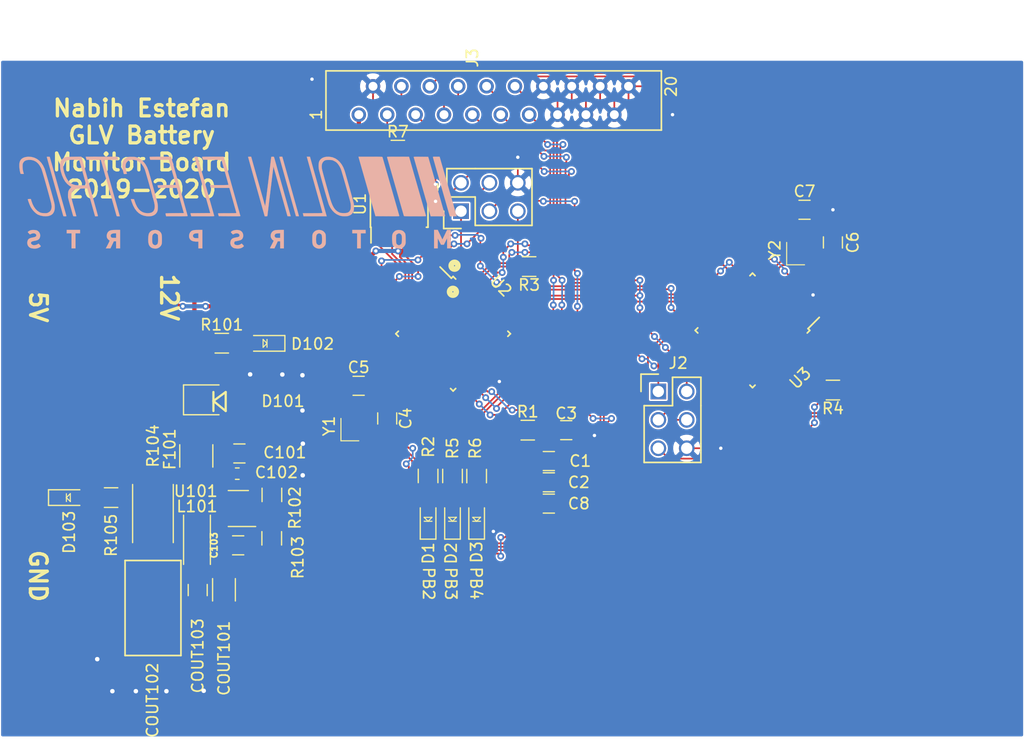
<source format=kicad_pcb>
(kicad_pcb (version 20171130) (host pcbnew 5.1.5-52549c5~84~ubuntu18.04.1)
  (layers (0 F.Cu signal) (31 B.Cu signal) (34 B.Paste user) (35 F.Paste user) (36 B.SilkS user hide) (37 F.SilkS user) (38 B.Mask user) (39 F.Mask user) (44 Edge.Cuts user))
  (net 0 "")
  (net 1 GND)
  (net 2 VCC)
  (net 3 "Net-(C3-Pad1)")
  (net 4 /XTAL1)
  (net 5 /XTAL2)
  (net 6 /XTAL1_2)
  (net 7 /XTAL2_2)
  (net 8 "Net-(C101-Pad1)")
  (net 9 "Net-(C103-Pad2)")
  (net 10 "Net-(C103-Pad1)")
  (net 11 "Net-(COUT101-Pad1)")
  (net 12 "Net-(D1-Pad2)")
  (net 13 "Net-(D2-Pad2)")
  (net 14 "Net-(D3-Pad2)")
  (net 15 "Net-(D102-Pad2)")
  (net 16 "Net-(D103-Pad2)")
  (net 17 /RESET)
  (net 18 /MOSI)
  (net 19 /SCK)
  (net 20 /MISO)
  (net 21 /RESET_2)
  (net 22 /CAN_HI)
  (net 23 +12V)
  (net 24 /CAN_LO)
  (net 25 /LED_1)
  (net 26 /LED_2)
  (net 27 /LED_3)
  (net 28 "Net-(R102-Pad1)")
  (net 29 /CAN_TX)
  (net 30 /CAN_RX)
  (net 31 "Net-(U1-Pad5)")
  (net 32 "Net-(U2-Pad3)")
  (net 33 "Net-(U2-Pad13)")
  (net 34 "Net-(U2-Pad14)")
  (net 35 "Net-(U2-Pad15)")
  (net 36 "Net-(U2-Pad21)")
  (net 37 "Net-(U2-Pad22)")
  (net 38 "Net-(U2-Pad25)")
  (net 39 "Net-(U2-Pad26)")
  (net 40 /INFO1)
  (net 41 /INFO2)
  (net 42 "Net-(U3-Pad1)")
  (net 43 "Net-(U3-Pad2)")
  (net 44 "Net-(U3-Pad5)")
  (net 45 "Net-(U3-Pad6)")
  (net 46 "Net-(U3-Pad11)")
  (net 47 "Net-(U3-Pad12)")
  (net 48 "Net-(U3-Pad13)")
  (net 49 "Net-(U3-Pad19)")
  (net 50 "Net-(U3-Pad20)")
  (net 51 "Net-(U3-Pad21)")
  (net 52 "Net-(U3-Pad22)")
  (net 53 "Net-(U3-Pad23)")
  (net 54 "Net-(U3-Pad24)")
  (net 55 "Net-(U3-Pad25)")
  (net 56 "Net-(U3-Pad26)")
  (net 57 "Net-(U3-Pad30)")
  (net 58 "Net-(U3-Pad31)")
  (net 59 "Net-(U3-Pad32)")
  (net 60 /CS_GLV)
  (net 61 /ALERT_GLV)
  (net 62 /ALERT_COOLING)
  (net 63 /CS_2)
  (net 64 /MISO_2)
  (net 65 /SCK_2)
  (net 66 /MOSI_2)
  (net 67 /SCL)
  (net 68 /SDA)
  (net 69 /CON)
  (module footprints:C_0805_OEM (layer F.Cu) (at 120.38 110.32236)
    (fp_text reference C101 (at 4.064 -0.08636) (layer F.SilkS))
    (fp_text value C_0.1uF hide)
    (pad 1 smd rect (at -1 0) (size 1 1.25) (layers F.Cu F.Paste F.Mask) (net 8 "Net-(C101-Pad1)"))
    (pad 2 smd rect (at 1 0) (size 1 1.25) (layers F.Cu F.Paste F.Mask) (net 1 GND))
  )
  (module footprints:L_100uH_OEM (layer F.Cu) (at 116.58346 118.0467 270)
    (fp_text reference L101 (at -2.9847 -0.00254) (layer F.SilkS))
    (fp_text value L_100uH hide)
    (pad 1 smd rect (at -1.6 0 270) (size 1.2 2) (layers F.Cu F.Paste F.Mask) (net 9 "Net-(C103-Pad2)"))
    (pad 2 smd rect (at 1.6 0 270) (size 1.2 2) (layers F.Cu F.Paste F.Mask) (net 11 "Net-(COUT101-Pad1)"))
  )
  (module footprints:R_0805_OEM (layer F.Cu) (at 108.9 114.27 180)
    (fp_text reference R105 (at 0 -3.375 90) (layer F.SilkS))
    (fp_text value R_200 hide)
    (pad 2 smd rect (at 0.95 0 180) (size 0.7 1.3) (layers F.Cu F.Paste F.Mask) (net 16 "Net-(D103-Pad2)"))
    (pad 1 smd rect (at -0.95 0 180) (size 0.7 1.3) (layers F.Cu F.Paste F.Mask) (net 2 VCC))
  )
  (module footprints:DO-214AA (layer F.Cu) (at 118.5545 105.5243)
    (fp_text reference D101 (at 5.7205 0.1207 180) (layer F.SilkS))
    (fp_text value D_Zener_18V hide)
    (pad 1 smd rect (at -2.032 0 180) (size 1.778 2.159) (layers F.Cu F.Paste F.Mask) (net 23 +12V))
    (pad 2 smd rect (at 2.032 0 180) (size 1.778 2.159) (layers F.Cu F.Paste F.Mask) (net 1 GND))
  )
  (module footprints:C_0805_OEM (layer F.Cu) (at 120.269 118.5418 180)
    (fp_text reference C103 (at 2.159 0.0032 90) (layer F.SilkS) (effects (font (size 0.6 0.6))))
    (fp_text value C_0.1uF hide)
    (pad 1 smd rect (at -1 0 180) (size 1 1.25) (layers F.Cu F.Paste F.Mask) (net 10 "Net-(C103-Pad1)"))
    (pad 2 smd rect (at 1 0 180) (size 1 1.25) (layers F.Cu F.Paste F.Mask) (net 9 "Net-(C103-Pad2)"))
  )
  (module footprints:R_0805_OEM (layer F.Cu) (at 123.28652 114.02822 90)
    (fp_text reference R102 (at -1.16078 2.06248 90) (layer F.SilkS))
    (fp_text value R_25K hide)
    (pad 1 smd rect (at -0.95 0 90) (size 0.7 1.3) (layers F.Cu F.Paste F.Mask) (net 28 "Net-(R102-Pad1)"))
    (pad 2 smd rect (at 0.95 0 90) (size 0.7 1.3) (layers F.Cu F.Paste F.Mask) (net 1 GND))
  )
  (module footprints:LED_0805_OEM (layer F.Cu) (at 105.1 114.27)
    (fp_text reference D103 (at 0.05 3.1 270) (layer F.SilkS))
    (fp_text value LED_0805 hide)
    (pad 1 smd rect (at -1.1 0 180) (size 1.2 1.2) (layers F.Cu F.Paste F.Mask) (net 1 GND))
    (pad 2 smd rect (at 1.1 0 180) (size 1.2 1.2) (layers F.Cu F.Paste F.Mask) (net 16 "Net-(D103-Pad2)"))
  )
  (module footprints:SOT-23-6_OEM (layer F.Cu) (at 120.2842 115.2476 180)
    (fp_text reference U101 (at 3.8092 1.5526 180) (layer F.SilkS))
    (fp_text value TPS560430YF hide)
    (pad 5 smd rect (at 1.1 0 180) (size 1.06 0.65) (layers F.Cu F.Paste F.Mask) (net 8 "Net-(C101-Pad1)"))
    (pad 6 smd rect (at 1.1 -0.95 180) (size 1.06 0.65) (layers F.Cu F.Paste F.Mask) (net 9 "Net-(C103-Pad2)"))
    (pad 4 smd rect (at 1.1 0.95 180) (size 1.06 0.65) (layers F.Cu F.Paste F.Mask) (net 8 "Net-(C101-Pad1)"))
    (pad 3 smd rect (at -1.1 0.95 180) (size 1.06 0.65) (layers F.Cu F.Paste F.Mask) (net 28 "Net-(R102-Pad1)"))
    (pad 2 smd rect (at -1.1 0 180) (size 1.06 0.65) (layers F.Cu F.Paste F.Mask) (net 1 GND))
    (pad 1 smd rect (at -1.1 -0.95 180) (size 1.06 0.65) (layers F.Cu F.Paste F.Mask) (net 10 "Net-(C103-Pad1)"))
  )
  (module footprints:C_1206_OEM (layer F.Cu) (at 118.999 122.5183 270)
    (fp_text reference COUT101 (at 6.1267 -0.001 90) (layer F.SilkS))
    (fp_text value C_22uF hide)
    (pad 2 smd rect (at 1.5 0 270) (size 1 1.6) (layers F.Cu F.Paste F.Mask) (net 1 GND))
    (pad 1 smd rect (at -1.5 0 270) (size 1 1.6) (layers F.Cu F.Paste F.Mask) (net 11 "Net-(COUT101-Pad1)"))
  )
  (module footprints:Fuse_1812 (layer F.Cu) (at 112.649 121.3993 270)
    (fp_text reference COUT102 (at 10.9957 0.049 90) (layer F.SilkS))
    (fp_text value C_33uF hide)
    (pad 2 smd rect (at 5.28 0 270) (size 1.78 3.5) (layers F.Cu F.Paste F.Mask) (net 1 GND))
    (pad 1 smd rect (at 0 0 270) (size 1.78 3.5) (layers F.Cu F.Paste F.Mask) (net 11 "Net-(COUT101-Pad1)"))
  )
  (module footprints:Fuse_1210 (layer F.Cu) (at 116.5225 110.5408 90)
    (fp_text reference F101 (at 0.5958 -2.3725 270) (layer F.SilkS))
    (fp_text value F_500mA_16V hide)
    (pad 1 smd rect (at -1.45 0 90) (size 0.9 2.5) (layers F.Cu F.Paste F.Mask) (net 8 "Net-(C101-Pad1)"))
    (pad 2 smd rect (at 1.45 0 90) (size 0.9 2.5) (layers F.Cu F.Paste F.Mask) (net 23 +12V))
  )
  (module footprints:micromatch_female_ra_20 (layer F.Cu) (at 136.144 80.01 90)
    (fp_text reference J3 (at 5.08 5.08 90) (layer F.SilkS))
    (fp_text value MM_F_RA_20 hide)
    (fp_text user 20 (at 2.54 22.86 90) (layer F.SilkS))
    (fp_text user 1 (at 0 -8.89 90) (layer F.SilkS))
    (pad 5 thru_hole circle (at 0 0 90) (size 1.3 1.3) (drill 0.8) (layers *.Cu *.Mask) (net 2 VCC))
    (pad 3 thru_hole circle (at 0 -2.54 90) (size 1.3 1.3) (drill 0.8) (layers *.Cu *.Mask) (net 22 /CAN_HI))
    (pad 1 thru_hole circle (at 0 -5.08 90) (size 1.3 1.3) (drill 0.8) (layers *.Cu *.Mask) (net 23 +12V))
    (pad 7 thru_hole circle (at 0 2.54 90) (size 1.3 1.3) (drill 0.8) (layers *.Cu *.Mask) (net 67 /SCL))
    (pad 2 thru_hole circle (at 2.54 -3.81 90) (size 1.3 1.3) (drill 0.8) (layers *.Cu *.Mask) (net 1 GND))
    (pad 4 thru_hole circle (at 2.54 -1.27 90) (size 1.3 1.3) (drill 0.8) (layers *.Cu *.Mask) (net 24 /CAN_LO))
    (pad 6 thru_hole circle (at 2.54 1.27 90) (size 1.3 1.3) (drill 0.8) (layers *.Cu *.Mask) (net 68 /SDA))
    (pad 8 thru_hole circle (at 2.54 3.81 90) (size 1.3 1.3) (drill 0.8) (layers *.Cu *.Mask) (net 64 /MISO_2))
    (pad 9 thru_hole circle (at 0 5.08 90) (size 1.3 1.3) (drill 0.8) (layers *.Cu *.Mask) (net 66 /MOSI_2))
    (pad 10 thru_hole circle (at 2.54 6.35 90) (size 1.3 1.3) (drill 0.8) (layers *.Cu *.Mask) (net 65 /SCK_2))
    (pad 11 thru_hole circle (at 0 7.62 90) (size 1.3 1.3) (drill 0.8) (layers *.Cu *.Mask) (net 60 /CS_GLV))
    (pad 12 thru_hole circle (at 2.54 8.89 90) (size 1.3 1.3) (drill 0.8) (layers *.Cu *.Mask) (net 61 /ALERT_GLV))
    (pad 13 thru_hole circle (at 0 10.16 90) (size 1.3 1.3) (drill 0.8) (layers *.Cu *.Mask) (net 62 /ALERT_COOLING))
    (pad 14 thru_hole circle (at 2.54 11.43 90) (size 1.3 1.3) (drill 0.8) (layers *.Cu *.Mask) (net 1 GND))
    (pad 15 thru_hole circle (at 0 12.7 90) (size 1.3 1.3) (drill 0.8) (layers *.Cu *.Mask) (net 1 GND))
    (pad 16 thru_hole circle (at 2.54 13.97 90) (size 1.3 1.3) (drill 0.8) (layers *.Cu *.Mask) (net 1 GND))
    (pad 17 thru_hole circle (at 0 15.24 90) (size 1.3 1.3) (drill 0.8) (layers *.Cu *.Mask) (net 1 GND))
    (pad 18 thru_hole circle (at 2.54 16.51 90) (size 1.3 1.3) (drill 0.8) (layers *.Cu *.Mask) (net 1 GND))
    (pad 19 thru_hole circle (at 0 17.78 90) (size 1.3 1.3) (drill 0.8) (layers *.Cu *.Mask) (net 1 GND))
    (pad 20 thru_hole circle (at 2.54 19.05 90) (size 1.3 1.3) (drill 0.8) (layers *.Cu *.Mask) (net 1 GND))
  )
  (module footprints:R_0805_OEM (layer F.Cu) (at 123.27128 117.91442 90)
    (fp_text reference R103 (at -1.71958 2.33172 90) (layer F.SilkS))
    (fp_text value R_100K hide)
    (pad 2 smd rect (at 0.95 0 90) (size 0.7 1.3) (layers F.Cu F.Paste F.Mask) (net 28 "Net-(R102-Pad1)"))
    (pad 1 smd rect (at -0.95 0 90) (size 0.7 1.3) (layers F.Cu F.Paste F.Mask) (net 11 "Net-(COUT101-Pad1)"))
  )
  (module footprints:LED_0805_OEM (layer F.Cu) (at 122.65 100.47 180)
    (fp_text reference D102 (at -4.275 -0.05) (layer F.SilkS))
    (fp_text value LED_0805 hide)
    (pad 1 smd rect (at -1.1 0) (size 1.2 1.2) (layers F.Cu F.Paste F.Mask) (net 1 GND))
    (pad 2 smd rect (at 1.1 0) (size 1.2 1.2) (layers F.Cu F.Paste F.Mask) (net 15 "Net-(D102-Pad2)"))
  )
  (module footprints:C_0805_OEM (layer F.Cu) (at 116.6495 122.5423 270)
    (fp_text reference COUT103 (at 5.8777 -0.0005 90) (layer F.SilkS))
    (fp_text value C_47uF hide)
    (pad 2 smd rect (at 1 0 270) (size 1 1.25) (layers F.Cu F.Paste F.Mask) (net 1 GND))
    (pad 1 smd rect (at -1 0 270) (size 1 1.25) (layers F.Cu F.Paste F.Mask) (net 11 "Net-(COUT101-Pad1)"))
  )
  (module footprints:C_0603_1608Metric (layer F.Cu) (at 120.1895 112.1283)
    (fp_text reference C102 (at 3.5085 -0.1143) (layer F.SilkS))
    (fp_text value C_2.2uF)
    (pad 2 smd roundrect (at 0.7875 0) (size 0.875 0.95) (layers F.Cu F.Paste F.Mask) (net 1 GND))
    (pad 1 smd roundrect (at -0.7875 0) (size 0.875 0.95) (layers F.Cu F.Paste F.Mask) (net 8 "Net-(C101-Pad1)"))
  )
  (module footprints:R_2512_OEM (layer F.Cu) (at 112.64392 115.6982 90)
    (fp_text reference R104 (at 6.0532 0.00608 270) (layer F.SilkS))
    (fp_text value R_0_2512 hide)
    (pad 2 smd rect (at 3.1 0 90) (size 1 3.2) (layers F.Cu F.Paste F.Mask) (net 2 VCC))
    (pad 1 smd rect (at -3.1 0 90) (size 1 3.2) (layers F.Cu F.Paste F.Mask) (net 11 "Net-(COUT101-Pad1)"))
  )
  (module footprints:Logo_Large (layer B.Cu) (at 120.269 87.884 180)
    (fp_text reference G*** hide)
    (fp_text value LOGO hide)
  )
  (module footprints:C_0805_OEM (layer F.Cu) (at 148.066 110.998)
    (fp_text reference C1 (at 2.81 0) (layer F.SilkS))
    (fp_text value C_0.1uF hide)
    (pad 1 smd rect (at -1 0) (size 1 1.25) (layers F.Cu F.Paste F.Mask) (net 2 VCC))
    (pad 2 smd rect (at 1 0) (size 1 1.25) (layers F.Cu F.Paste F.Mask) (net 1 GND))
  )
  (module footprints:C_0805_OEM (layer F.Cu) (at 148.066 112.903)
    (fp_text reference C2 (at 2.683 0) (layer F.SilkS))
    (fp_text value C_0.1uF hide)
    (pad 2 smd rect (at 1 0) (size 1 1.25) (layers F.Cu F.Paste F.Mask) (net 1 GND))
    (pad 1 smd rect (at -1 0) (size 1 1.25) (layers F.Cu F.Paste F.Mask) (net 2 VCC))
  )
  (module footprints:C_0805_OEM (layer F.Cu) (at 149.622 108.236001)
    (fp_text reference C3 (at 0 -1.5) (layer F.SilkS))
    (fp_text value C_100pF hide)
    (pad 2 smd rect (at 1 0) (size 1 1.25) (layers F.Cu F.Paste F.Mask) (net 1 GND))
    (pad 1 smd rect (at -1 0) (size 1 1.25) (layers F.Cu F.Paste F.Mask) (net 3 "Net-(C3-Pad1)"))
  )
  (module footprints:C_0805_OEM (layer F.Cu) (at 133.604 107.188 90)
    (fp_text reference C4 (at 0 1.651 90) (layer F.SilkS))
    (fp_text value C_30pF hide)
    (pad 1 smd rect (at -1 0 90) (size 1 1.25) (layers F.Cu F.Paste F.Mask) (net 4 /XTAL1))
    (pad 2 smd rect (at 1 0 90) (size 1 1.25) (layers F.Cu F.Paste F.Mask) (net 1 GND))
  )
  (module footprints:C_0805_OEM (layer F.Cu) (at 131.048 104.267)
    (fp_text reference C5 (at 0 -1.651) (layer F.SilkS))
    (fp_text value C_30pF hide)
    (pad 2 smd rect (at 1 0) (size 1 1.25) (layers F.Cu F.Paste F.Mask) (net 1 GND))
    (pad 1 smd rect (at -1 0) (size 1 1.25) (layers F.Cu F.Paste F.Mask) (net 5 /XTAL2))
  )
  (module footprints:C_0805_OEM (layer F.Cu) (at 173.482 91.44 90)
    (fp_text reference C6 (at 0 1.778 90) (layer F.SilkS))
    (fp_text value C_30pF hide)
    (pad 1 smd rect (at -1 0 90) (size 1 1.25) (layers F.Cu F.Paste F.Mask) (net 6 /XTAL1_2))
    (pad 2 smd rect (at 1 0 90) (size 1 1.25) (layers F.Cu F.Paste F.Mask) (net 1 GND))
  )
  (module footprints:C_0805_OEM (layer F.Cu) (at 170.942 88.519)
    (fp_text reference C7 (at 0 -1.651) (layer F.SilkS))
    (fp_text value C_30pF hide)
    (pad 2 smd rect (at 1 0) (size 1 1.25) (layers F.Cu F.Paste F.Mask) (net 1 GND))
    (pad 1 smd rect (at -1 0) (size 1 1.25) (layers F.Cu F.Paste F.Mask) (net 7 /XTAL2_2))
  )
  (module footprints:C_0805_OEM (layer F.Cu) (at 148.066 114.808)
    (fp_text reference C8 (at 2.683 0) (layer F.SilkS))
    (fp_text value C_0.1uF hide)
    (pad 1 smd rect (at -1 0) (size 1 1.25) (layers F.Cu F.Paste F.Mask) (net 2 VCC))
    (pad 2 smd rect (at 1 0) (size 1 1.25) (layers F.Cu F.Paste F.Mask) (net 1 GND))
  )
  (module footprints:LED_0805_OEM (layer F.Cu) (at 137.2616 116.1874 90)
    (fp_text reference D1 (at -3.0656 0.0254 90) (layer F.SilkS))
    (fp_text value LED_0805 hide)
    (pad 2 smd rect (at 1.1 0 270) (size 1.2 1.2) (layers F.Cu F.Paste F.Mask) (net 12 "Net-(D1-Pad2)"))
    (pad 1 smd rect (at -1.1 0 270) (size 1.2 1.2) (layers F.Cu F.Paste F.Mask) (net 1 GND))
  )
  (module footprints:LED_0805_OEM (layer F.Cu) (at 139.446 116.1874 90)
    (fp_text reference D2 (at -3.0656 -0.127 90) (layer F.SilkS))
    (fp_text value LED_0805 hide)
    (pad 2 smd rect (at 1.1 0 270) (size 1.2 1.2) (layers F.Cu F.Paste F.Mask) (net 13 "Net-(D2-Pad2)"))
    (pad 1 smd rect (at -1.1 0 270) (size 1.2 1.2) (layers F.Cu F.Paste F.Mask) (net 1 GND))
  )
  (module footprints:LED_0805_OEM (layer F.Cu) (at 141.605 116.1874 90)
    (fp_text reference D3 (at -2.964 0 90) (layer F.SilkS))
    (fp_text value LED_0805 hide)
    (pad 1 smd rect (at -1.1 0 270) (size 1.2 1.2) (layers F.Cu F.Paste F.Mask) (net 1 GND))
    (pad 2 smd rect (at 1.1 0 270) (size 1.2 1.2) (layers F.Cu F.Paste F.Mask) (net 14 "Net-(D3-Pad2)"))
  )
  (module footprints:Pin_Header_Straight_2x03 (layer F.Cu) (at 140.208 88.646 90)
    (fp_text reference J1 (at 1.778 -2.54 90) (layer F.SilkS))
    (fp_text value CONN_02X03 hide)
    (pad 6 thru_hole circle (at 2.54 5.08 90) (size 1.4 1.4) (drill 1.016) (layers *.Cu *.Mask) (net 1 GND))
    (pad 5 thru_hole circle (at 0 5.08 90) (size 1.4 1.4) (drill 1.016) (layers *.Cu *.Mask) (net 17 /RESET))
    (pad 4 thru_hole circle (at 2.54 2.54 90) (size 1.4 1.4) (drill 1.016) (layers *.Cu *.Mask) (net 18 /MOSI))
    (pad 3 thru_hole circle (at 0 2.54 90) (size 1.4 1.4) (drill 1.016) (layers *.Cu *.Mask) (net 19 /SCK))
    (pad 2 thru_hole circle (at 2.54 0 90) (size 1.4 1.4) (drill 1.016) (layers *.Cu *.Mask) (net 2 VCC))
    (pad 1 thru_hole rect (at 0 0 90) (size 1.4 1.4) (drill 1.016) (layers *.Cu *.Mask) (net 20 /MISO))
  )
  (module footprints:Pin_Header_Straight_2x03 (layer F.Cu) (at 157.861 104.775)
    (fp_text reference J2 (at 1.778 -2.54) (layer F.SilkS))
    (fp_text value CONN_02X03 hide)
    (pad 1 thru_hole rect (at 0 0) (size 1.4 1.4) (drill 1.016) (layers *.Cu *.Mask) (net 64 /MISO_2))
    (pad 2 thru_hole circle (at 2.54 0) (size 1.4 1.4) (drill 1.016) (layers *.Cu *.Mask) (net 2 VCC))
    (pad 3 thru_hole circle (at 0 2.54) (size 1.4 1.4) (drill 1.016) (layers *.Cu *.Mask) (net 65 /SCK_2))
    (pad 4 thru_hole circle (at 2.54 2.54) (size 1.4 1.4) (drill 1.016) (layers *.Cu *.Mask) (net 66 /MOSI_2))
    (pad 5 thru_hole circle (at 0 5.08) (size 1.4 1.4) (drill 1.016) (layers *.Cu *.Mask) (net 21 /RESET_2))
    (pad 6 thru_hole circle (at 2.54 5.08) (size 1.4 1.4) (drill 1.016) (layers *.Cu *.Mask) (net 1 GND))
  )
  (module footprints:R_0805_OEM (layer F.Cu) (at 146.179001 108.236001)
    (fp_text reference R1 (at 0 -1.65) (layer F.SilkS))
    (fp_text value R_100 hide)
    (pad 1 smd rect (at -0.95 0) (size 0.7 1.3) (layers F.Cu F.Paste F.Mask) (net 2 VCC))
    (pad 2 smd rect (at 0.95 0) (size 0.7 1.3) (layers F.Cu F.Paste F.Mask) (net 3 "Net-(C3-Pad1)"))
  )
  (module footprints:R_0805_OEM (layer F.Cu) (at 137.2616 112.334 90)
    (fp_text reference R2 (at 2.606 0.0254 90) (layer F.SilkS))
    (fp_text value R_200 hide)
    (pad 1 smd rect (at -0.95 0 90) (size 0.7 1.3) (layers F.Cu F.Paste F.Mask) (net 12 "Net-(D1-Pad2)"))
    (pad 2 smd rect (at 0.95 0 90) (size 0.7 1.3) (layers F.Cu F.Paste F.Mask) (net 25 /LED_1))
  )
  (module footprints:R_0805_OEM (layer F.Cu) (at 146.304 93.599 180)
    (fp_text reference R3 (at 0 -1.65) (layer F.SilkS))
    (fp_text value R_10K hide)
    (pad 2 smd rect (at 0.95 0 180) (size 0.7 1.3) (layers F.Cu F.Paste F.Mask) (net 17 /RESET))
    (pad 1 smd rect (at -0.95 0 180) (size 0.7 1.3) (layers F.Cu F.Paste F.Mask) (net 2 VCC))
  )
  (module footprints:R_0805_OEM (layer F.Cu) (at 173.482 104.648 180)
    (fp_text reference R4 (at 0 -1.65) (layer F.SilkS))
    (fp_text value R_10K hide)
    (pad 2 smd rect (at 0.95 0 180) (size 0.7 1.3) (layers F.Cu F.Paste F.Mask) (net 21 /RESET_2))
    (pad 1 smd rect (at -0.95 0 180) (size 0.7 1.3) (layers F.Cu F.Paste F.Mask) (net 2 VCC))
  )
  (module footprints:R_0805_OEM (layer F.Cu) (at 139.446 112.334 90)
    (fp_text reference R5 (at 2.479 0 90) (layer F.SilkS))
    (fp_text value R_200 hide)
    (pad 2 smd rect (at 0.95 0 90) (size 0.7 1.3) (layers F.Cu F.Paste F.Mask) (net 26 /LED_2))
    (pad 1 smd rect (at -0.95 0 90) (size 0.7 1.3) (layers F.Cu F.Paste F.Mask) (net 13 "Net-(D2-Pad2)"))
  )
  (module footprints:R_0805_OEM (layer F.Cu) (at 141.605 112.3442 90)
    (fp_text reference R6 (at 2.4892 -0.127 90) (layer F.SilkS))
    (fp_text value R_200 hide)
    (pad 1 smd rect (at -0.95 0 90) (size 0.7 1.3) (layers F.Cu F.Paste F.Mask) (net 14 "Net-(D3-Pad2)"))
    (pad 2 smd rect (at 0.95 0 90) (size 0.7 1.3) (layers F.Cu F.Paste F.Mask) (net 27 /LED_3))
  )
  (module footprints:R_0805_OEM (layer F.Cu) (at 134.554 83.185)
    (fp_text reference R7 (at 0 -1.65) (layer F.SilkS))
    (fp_text value R_120_DNP hide)
    (pad 1 smd rect (at -0.95 0) (size 0.7 1.3) (layers F.Cu F.Paste F.Mask) (net 22 /CAN_HI))
    (pad 2 smd rect (at 0.95 0) (size 0.7 1.3) (layers F.Cu F.Paste F.Mask) (net 24 /CAN_LO))
  )
  (module footprints:SOIC-8_3.9x4.9mm_Pitch1.27mm_OEM (layer F.Cu) (at 134.678001 88.006999 90)
    (fp_text reference U1 (at 0 -3.5 90) (layer F.SilkS))
    (fp_text value MCP2561-E_SN hide)
    (pad 1 smd rect (at -2.7 -1.905 90) (size 1.55 0.6) (layers F.Cu F.Paste F.Mask) (net 29 /CAN_TX))
    (pad 2 smd rect (at -2.7 -0.635 90) (size 1.55 0.6) (layers F.Cu F.Paste F.Mask) (net 1 GND))
    (pad 3 smd rect (at -2.7 0.635 90) (size 1.55 0.6) (layers F.Cu F.Paste F.Mask) (net 2 VCC))
    (pad 4 smd rect (at -2.7 1.905 90) (size 1.55 0.6) (layers F.Cu F.Paste F.Mask) (net 30 /CAN_RX))
    (pad 5 smd rect (at 2.7 1.905 90) (size 1.55 0.6) (layers F.Cu F.Paste F.Mask) (net 31 "Net-(U1-Pad5)"))
    (pad 6 smd rect (at 2.7 0.635 90) (size 1.55 0.6) (layers F.Cu F.Paste F.Mask) (net 24 /CAN_LO))
    (pad 7 smd rect (at 2.7 -0.635 90) (size 1.55 0.6) (layers F.Cu F.Paste F.Mask) (net 22 /CAN_HI))
    (pad 8 smd rect (at 2.7 -1.905 90) (size 1.55 0.6) (layers F.Cu F.Paste F.Mask) (net 1 GND))
  )
  (module footprints:TQFP-32_7x7mm_Pitch0.8mm (layer F.Cu) (at 139.501361 99.611732 315)
    (fp_text reference U2 (at 0 -6.05 135) (layer F.SilkS))
    (fp_text value ATMEGA16M1 hide)
    (pad 1 smd rect (at -4.25 -2.8 315) (size 1.6 0.55) (layers F.Cu F.Paste F.Mask) (net 20 /MISO))
    (pad 2 smd rect (at -4.25 -2 315) (size 1.6 0.55) (layers F.Cu F.Paste F.Mask) (net 18 /MOSI))
    (pad 3 smd rect (at -4.25 -1.2 315) (size 1.6 0.55) (layers F.Cu F.Paste F.Mask) (net 32 "Net-(U2-Pad3)"))
    (pad 4 smd rect (at -4.25 -0.4 315) (size 1.6 0.55) (layers F.Cu F.Paste F.Mask) (net 2 VCC))
    (pad 5 smd rect (at -4.25 0.4 315) (size 1.6 0.55) (layers F.Cu F.Paste F.Mask) (net 1 GND))
    (pad 6 smd rect (at -4.25 1.2 315) (size 1.6 0.55) (layers F.Cu F.Paste F.Mask) (net 29 /CAN_TX))
    (pad 7 smd rect (at -4.25 2 315) (size 1.6 0.55) (layers F.Cu F.Paste F.Mask) (net 30 /CAN_RX))
    (pad 8 smd rect (at -4.25 2.8 315) (size 1.6 0.55) (layers F.Cu F.Paste F.Mask) (net 64 /MISO_2))
    (pad 9 smd rect (at -2.8 4.25 45) (size 1.6 0.55) (layers F.Cu F.Paste F.Mask) (net 66 /MOSI_2))
    (pad 10 smd rect (at -2 4.25 45) (size 1.6 0.55) (layers F.Cu F.Paste F.Mask) (net 5 /XTAL2))
    (pad 11 smd rect (at -1.2 4.25 45) (size 1.6 0.55) (layers F.Cu F.Paste F.Mask) (net 4 /XTAL1))
    (pad 12 smd rect (at -0.4 4.25 45) (size 1.6 0.55) (layers F.Cu F.Paste F.Mask) (net 19 /SCK))
    (pad 13 smd rect (at 0.4 4.25 45) (size 1.6 0.55) (layers F.Cu F.Paste F.Mask) (net 33 "Net-(U2-Pad13)"))
    (pad 14 smd rect (at 1.2 4.25 45) (size 1.6 0.55) (layers F.Cu F.Paste F.Mask) (net 34 "Net-(U2-Pad14)"))
    (pad 15 smd rect (at 2 4.25 45) (size 1.6 0.55) (layers F.Cu F.Paste F.Mask) (net 35 "Net-(U2-Pad15)"))
    (pad 16 smd rect (at 2.8 4.25 45) (size 1.6 0.55) (layers F.Cu F.Paste F.Mask) (net 25 /LED_1))
    (pad 17 smd rect (at 4.25 2.8 315) (size 1.6 0.55) (layers F.Cu F.Paste F.Mask) (net 61 /ALERT_GLV))
    (pad 18 smd rect (at 4.25 2 315) (size 1.6 0.55) (layers F.Cu F.Paste F.Mask) (net 62 /ALERT_COOLING))
    (pad 19 smd rect (at 4.25 1.2 315) (size 1.6 0.55) (layers F.Cu F.Paste F.Mask) (net 3 "Net-(C3-Pad1)"))
    (pad 20 smd rect (at 4.25 0.4 315) (size 1.6 0.55) (layers F.Cu F.Paste F.Mask) (net 1 GND))
    (pad 21 smd rect (at 4.25 -0.4 315) (size 1.6 0.55) (layers F.Cu F.Paste F.Mask) (net 36 "Net-(U2-Pad21)"))
    (pad 22 smd rect (at 4.25 -1.2 315) (size 1.6 0.55) (layers F.Cu F.Paste F.Mask) (net 37 "Net-(U2-Pad22)"))
    (pad 23 smd rect (at 4.25 -2 315) (size 1.6 0.55) (layers F.Cu F.Paste F.Mask) (net 26 /LED_2))
    (pad 24 smd rect (at 4.25 -2.8 315) (size 1.6 0.55) (layers F.Cu F.Paste F.Mask) (net 27 /LED_3))
    (pad 25 smd rect (at 2.8 -4.25 45) (size 1.6 0.55) (layers F.Cu F.Paste F.Mask) (net 38 "Net-(U2-Pad25)"))
    (pad 26 smd rect (at 2 -4.25 45) (size 1.6 0.55) (layers F.Cu F.Paste F.Mask) (net 39 "Net-(U2-Pad26)"))
    (pad 27 smd rect (at 1.2 -4.25 45) (size 1.6 0.55) (layers F.Cu F.Paste F.Mask) (net 69 /CON))
    (pad 28 smd rect (at 0.4 -4.25 45) (size 1.6 0.55) (layers F.Cu F.Paste F.Mask) (net 65 /SCK_2))
    (pad 29 smd rect (at -0.4 -4.25 45) (size 1.6 0.55) (layers F.Cu F.Paste F.Mask) (net 40 /INFO1))
    (pad 30 smd rect (at -1.2 -4.25 45) (size 1.6 0.55) (layers F.Cu F.Paste F.Mask) (net 60 /CS_GLV))
    (pad 31 smd rect (at -2 -4.25 45) (size 1.6 0.55) (layers F.Cu F.Paste F.Mask) (net 17 /RESET))
    (pad 32 smd rect (at -2.8 -4.25 45) (size 1.6 0.55) (layers F.Cu F.Paste F.Mask) (net 41 /INFO2))
  )
  (module Package_QFP:TQFP-32_7x7mm_P0.8mm (layer F.Cu) (at 166.286732 99.311676 225)
    (fp_text reference U3 (at 0 -6.05 45) (layer F.SilkS))
    (fp_text value ATmega328P-AU)
    (pad 1 smd rect (at -4.25 -2.8 225) (size 1.6 0.55) (layers F.Cu F.Paste F.Mask) (net 42 "Net-(U3-Pad1)"))
    (pad 2 smd rect (at -4.25 -2 225) (size 1.6 0.55) (layers F.Cu F.Paste F.Mask) (net 43 "Net-(U3-Pad2)"))
    (pad 3 smd rect (at -4.25 -1.2 225) (size 1.6 0.55) (layers F.Cu F.Paste F.Mask) (net 1 GND))
    (pad 4 smd rect (at -4.25 -0.4 225) (size 1.6 0.55) (layers F.Cu F.Paste F.Mask) (net 2 VCC))
    (pad 5 smd rect (at -4.25 0.4 225) (size 1.6 0.55) (layers F.Cu F.Paste F.Mask) (net 44 "Net-(U3-Pad5)"))
    (pad 6 smd rect (at -4.25 1.2 225) (size 1.6 0.55) (layers F.Cu F.Paste F.Mask) (net 45 "Net-(U3-Pad6)"))
    (pad 7 smd rect (at -4.25 2 225) (size 1.6 0.55) (layers F.Cu F.Paste F.Mask) (net 6 /XTAL1_2))
    (pad 8 smd rect (at -4.25 2.8 225) (size 1.6 0.55) (layers F.Cu F.Paste F.Mask) (net 7 /XTAL2_2))
    (pad 9 smd rect (at -2.8 4.25 315) (size 1.6 0.55) (layers F.Cu F.Paste F.Mask) (net 40 /INFO1))
    (pad 10 smd rect (at -2 4.25 315) (size 1.6 0.55) (layers F.Cu F.Paste F.Mask) (net 41 /INFO2))
    (pad 11 smd rect (at -1.2 4.25 315) (size 1.6 0.55) (layers F.Cu F.Paste F.Mask) (net 46 "Net-(U3-Pad11)"))
    (pad 12 smd rect (at -0.4 4.25 315) (size 1.6 0.55) (layers F.Cu F.Paste F.Mask) (net 47 "Net-(U3-Pad12)"))
    (pad 13 smd rect (at 0.4 4.25 315) (size 1.6 0.55) (layers F.Cu F.Paste F.Mask) (net 48 "Net-(U3-Pad13)"))
    (pad 14 smd rect (at 1.2 4.25 315) (size 1.6 0.55) (layers F.Cu F.Paste F.Mask) (net 63 /CS_2))
    (pad 15 smd rect (at 2 4.25 315) (size 1.6 0.55) (layers F.Cu F.Paste F.Mask) (net 66 /MOSI_2))
    (pad 16 smd rect (at 2.8 4.25 315) (size 1.6 0.55) (layers F.Cu F.Paste F.Mask) (net 64 /MISO_2))
    (pad 17 smd rect (at 4.25 2.8 225) (size 1.6 0.55) (layers F.Cu F.Paste F.Mask) (net 65 /SCK_2))
    (pad 18 smd rect (at 4.25 2 225) (size 1.6 0.55) (layers F.Cu F.Paste F.Mask) (net 2 VCC))
    (pad 19 smd rect (at 4.25 1.2 225) (size 1.6 0.55) (layers F.Cu F.Paste F.Mask) (net 49 "Net-(U3-Pad19)"))
    (pad 20 smd rect (at 4.25 0.4 225) (size 1.6 0.55) (layers F.Cu F.Paste F.Mask) (net 50 "Net-(U3-Pad20)"))
    (pad 21 smd rect (at 4.25 -0.4 225) (size 1.6 0.55) (layers F.Cu F.Paste F.Mask) (net 51 "Net-(U3-Pad21)"))
    (pad 22 smd rect (at 4.25 -1.2 225) (size 1.6 0.55) (layers F.Cu F.Paste F.Mask) (net 52 "Net-(U3-Pad22)"))
    (pad 23 smd rect (at 4.25 -2 225) (size 1.6 0.55) (layers F.Cu F.Paste F.Mask) (net 53 "Net-(U3-Pad23)"))
    (pad 24 smd rect (at 4.25 -2.8 225) (size 1.6 0.55) (layers F.Cu F.Paste F.Mask) (net 54 "Net-(U3-Pad24)"))
    (pad 25 smd rect (at 2.8 -4.25 315) (size 1.6 0.55) (layers F.Cu F.Paste F.Mask) (net 55 "Net-(U3-Pad25)"))
    (pad 26 smd rect (at 2 -4.25 315) (size 1.6 0.55) (layers F.Cu F.Paste F.Mask) (net 56 "Net-(U3-Pad26)"))
    (pad 27 smd rect (at 1.2 -4.25 315) (size 1.6 0.55) (layers F.Cu F.Paste F.Mask) (net 68 /SDA))
    (pad 28 smd rect (at 0.4 -4.25 315) (size 1.6 0.55) (layers F.Cu F.Paste F.Mask) (net 67 /SCL))
    (pad 29 smd rect (at -0.4 -4.25 315) (size 1.6 0.55) (layers F.Cu F.Paste F.Mask) (net 21 /RESET_2))
    (pad 30 smd rect (at -1.2 -4.25 315) (size 1.6 0.55) (layers F.Cu F.Paste F.Mask) (net 57 "Net-(U3-Pad30)"))
    (pad 31 smd rect (at -2 -4.25 315) (size 1.6 0.55) (layers F.Cu F.Paste F.Mask) (net 58 "Net-(U3-Pad31)"))
    (pad 32 smd rect (at -2.8 -4.25 315) (size 1.6 0.55) (layers F.Cu F.Paste F.Mask) (net 59 "Net-(U3-Pad32)"))
  )
  (module footprints:Crystal_SMD_FA238 (layer F.Cu) (at 131.064 107.188 90)
    (fp_text reference Y1 (at -0.67564 -2.66192 90) (layer F.SilkS))
    (fp_text value Crystal_SMD hide)
    (pad 1 smd rect (at -1.1 0.8 90) (size 1.4 1.2) (layers F.Cu F.Mask) (net 4 /XTAL1))
    (pad 2 smd rect (at 1.1 0.8 90) (size 1.4 1.2) (layers F.Cu F.Mask) (net 1 GND))
    (pad 3 smd rect (at 1.1 -0.8 90) (size 1.4 1.2) (layers F.Cu F.Mask) (net 5 /XTAL2))
    (pad 4 smd rect (at -1.1 -0.8 90) (size 1.4 1.2) (layers F.Cu F.Mask) (net 1 GND))
  )
  (module footprints:Crystal_SMD_FA238 (layer F.Cu) (at 170.942 91.44 90)
    (fp_text reference Y2 (at -0.67564 -2.66192 90) (layer F.SilkS))
    (fp_text value Crystal_SMD hide)
    (pad 4 smd rect (at -1.1 -0.8 90) (size 1.4 1.2) (layers F.Cu F.Mask) (net 1 GND))
    (pad 3 smd rect (at 1.1 -0.8 90) (size 1.4 1.2) (layers F.Cu F.Mask) (net 7 /XTAL2_2))
    (pad 2 smd rect (at 1.1 0.8 90) (size 1.4 1.2) (layers F.Cu F.Mask) (net 1 GND))
    (pad 1 smd rect (at -1.1 0.8 90) (size 1.4 1.2) (layers F.Cu F.Mask) (net 6 /XTAL1_2))
  )
  (module footprints:R_0805_OEM (layer F.Cu) (at 118.806 100.457)
    (fp_text reference R101 (at 0 -1.65) (layer F.SilkS))
    (fp_text value R_1K hide)
    (pad 1 smd rect (at -0.95 0) (size 0.7 1.3) (layers F.Cu F.Paste F.Mask) (net 8 "Net-(C101-Pad1)"))
    (pad 2 smd rect (at 0.95 0) (size 0.7 1.3) (layers F.Cu F.Paste F.Mask) (net 15 "Net-(D102-Pad2)"))
  )
  (gr_text "PB4\n" (at 141.5542 121.9454 270) (layer F.SilkS) (effects (font (size 1 1))))
  (gr_text "PB3\n" (at 139.2936 121.9708 270) (layer F.SilkS) (effects (font (size 1 1))))
  (gr_text "PB2\n" (at 137.3124 121.9708 270) (layer F.SilkS) (effects (font (size 1 1))))
  (gr_text "Nabih Estefan\nGLV Battery\nMonitor Board\n2019-2020\n" (at 111.633 83.058) (layer F.SilkS) (effects (font (size 1.5 1.5) (thickness 0.3))))
  (gr_text 5V (at 102.375 97.22 270) (layer F.SilkS) (effects (font (size 1.5 1.5) (thickness 0.3))))
  (gr_text 12V (at 114.10188 96.35998 270) (layer F.SilkS) (effects (font (size 1.5 1.5) (thickness 0.3))))
  (gr_text GND (at 102.362 121.285 270) (layer F.SilkS) (effects (font (size 1.5 1.5) (thickness 0.3))))
  (segment (start 117.1255 124.0183) (end 116.6495 123.5423) (width 0.254) (layer F.Cu) (net 1))
  (segment (start 123.28652 113.07822) (end 122.01442 113.07822) (width 0.254) (layer F.Cu) (net 1))
  (segment (start 120.6002 115.2476) (end 121.3842 115.2476) (width 0.254) (layer F.Cu) (net 1))
  (segment (start 120.5865 104.0003) (end 121.34088 103.24592) (width 0.254) (layer F.Cu) (net 1))
  (segment (start 121.1895 112.2533) (end 121.1895 112.1283) (width 0.254) (layer F.Cu) (net 1))
  (segment (start 109.01426 131.58978) (end 108.91266 131.69138) (width 0.25) (layer F.Cu) (net 1))
  (segment (start 123.75 102.78738) (end 124.22124 103.25862) (width 0.254) (layer F.Cu) (net 1))
  (segment (start 118.999 124.0183) (end 117.1255 124.0183) (width 0.254) (layer F.Cu) (net 1))
  (segment (start 116.5245 123.5423) (end 113.3875 126.6793) (width 0.254) (layer F.Cu) (net 1))
  (segment (start 104 114.27) (end 104 116.93936) (width 0.254) (layer F.Cu) (net 1))
  (via (at 126.01956 106.4768) (size 0.8) (drill 0.4) (layers F.Cu B.Cu) (net 1))
  (via (at 124.22124 103.25862) (size 0.8) (drill 0.4) (layers F.Cu B.Cu) (net 1))
  (via (at 126.01956 103.32212) (size 0.8) (drill 0.4) (layers F.Cu B.Cu) (net 1))
  (segment (start 103.98984 116.99016) (end 102.1715 118.8085) (width 0.254) (layer F.Cu) (net 1))
  (segment (start 121.1895 113.0073) (end 120.574799 113.622001) (width 0.254) (layer F.Cu) (net 1))
  (segment (start 120.574799 113.622001) (end 120.574799 115.222199) (width 0.254) (layer F.Cu) (net 1))
  (segment (start 120.5865 105.3338) (end 120.5865 105.5243) (width 0.1524) (layer F.Cu) (net 1))
  (segment (start 123.28652 113.07822) (end 125.24236 113.07822) (width 0.254) (layer F.Cu) (net 1))
  (segment (start 116.6495 123.5423) (end 116.5245 123.5423) (width 0.254) (layer F.Cu) (net 1))
  (segment (start 120.88632 111.82512) (end 121.1895 112.1283) (width 0.254) (layer F.Cu) (net 1))
  (segment (start 120.5865 105.5243) (end 120.5865 104.0003) (width 0.254) (layer F.Cu) (net 1))
  (segment (start 120.574799 115.222199) (end 120.6002 115.2476) (width 0.254) (layer F.Cu) (net 1))
  (segment (start 126.05766 106.5149) (end 126.01956 106.4768) (width 0.381) (layer F.Cu) (net 1))
  (segment (start 121.1895 112.1283) (end 121.1895 113.0073) (width 0.254) (layer F.Cu) (net 1))
  (segment (start 120.88632 110.32236) (end 120.88632 111.82512) (width 0.254) (layer F.Cu) (net 1))
  (segment (start 112.649 130.38836) (end 113.85042 131.58978) (width 0.254) (layer F.Cu) (net 1))
  (segment (start 124.28474 103.32212) (end 124.22124 103.25862) (width 0.381) (layer F.Cu) (net 1))
  (segment (start 125.24236 113.07822) (end 126.04496 112.27562) (width 0.254) (layer F.Cu) (net 1))
  (segment (start 112.649 126.6793) (end 112.649 130.38836) (width 0.254) (layer F.Cu) (net 1))
  (segment (start 122.01442 113.07822) (end 121.1895 112.2533) (width 0.254) (layer F.Cu) (net 1))
  (via (at 126.05766 109.44606) (size 0.8) (drill 0.4) (layers F.Cu B.Cu) (net 1))
  (via (at 117.18544 131.55422) (size 0.8) (drill 0.4) (layers F.Cu B.Cu) (net 1))
  (via (at 111.11484 131.58978) (size 0.8) (drill 0.4) (layers F.Cu B.Cu) (net 1))
  (via (at 109.01426 131.58978) (size 0.8) (drill 0.4) (layers F.Cu B.Cu) (net 1))
  (via (at 107.66044 128.72466) (size 0.8) (drill 0.4) (layers F.Cu B.Cu) (net 1))
  (via (at 126.04496 112.27562) (size 0.8) (drill 0.4) (layers F.Cu B.Cu) (net 1))
  (via (at 121.34088 103.24592) (size 0.8) (drill 0.4) (layers F.Cu B.Cu) (net 1))
  (via (at 113.85042 131.58978) (size 0.8) (drill 0.4) (layers F.Cu B.Cu) (net 1))
  (segment (start 123.75 100.47) (end 123.75 102.78738) (width 0.254) (layer F.Cu) (net 1))
  (segment (start 121.34088 104.76992) (end 120.5865 105.5243) (width 0.381) (layer F.Cu) (net 1))
  (segment (start 113.3875 126.6793) (end 112.649 126.6793) (width 0.254) (layer F.Cu) (net 1))
  (via (at 126.873 76.835) (size 0.6096) (drill 0.3048) (layers F.Cu B.Cu) (net 1))
  (segment (start 126.887999 76.820001) (end 126.873 76.835) (width 0.1524) (layer F.Cu) (net 1))
  (segment (start 132.334 77.47) (end 131.684001 76.820001) (width 0.1524) (layer F.Cu) (net 1))
  (segment (start 131.684001 76.820001) (end 126.887999 76.820001) (width 0.1524) (layer F.Cu) (net 1))
  (segment (start 148.844 78.74) (end 148.844 80.01) (width 0.1524) (layer F.Cu) (net 1))
  (segment (start 147.574 77.47) (end 148.844 78.74) (width 0.1524) (layer F.Cu) (net 1))
  (segment (start 150.114 78.74) (end 148.844 80.01) (width 0.1524) (layer F.Cu) (net 1))
  (segment (start 150.114 77.47) (end 150.114 78.74) (width 0.1524) (layer F.Cu) (net 1))
  (segment (start 151.384 78.74) (end 151.384 80.01) (width 0.1524) (layer F.Cu) (net 1))
  (segment (start 150.114 77.47) (end 151.384 78.74) (width 0.1524) (layer F.Cu) (net 1))
  (segment (start 152.654 78.74) (end 151.384 80.01) (width 0.1524) (layer F.Cu) (net 1))
  (segment (start 152.654 77.47) (end 152.654 78.74) (width 0.1524) (layer F.Cu) (net 1))
  (segment (start 153.924 78.74) (end 152.654 77.47) (width 0.1524) (layer F.Cu) (net 1))
  (segment (start 153.924 80.01) (end 153.924 78.74) (width 0.1524) (layer F.Cu) (net 1))
  (via (at 159.131 80.01) (size 0.6096) (drill 0.3048) (layers F.Cu B.Cu) (net 1))
  (segment (start 155.194 77.47) (end 156.591 77.47) (width 0.1524) (layer F.Cu) (net 1))
  (segment (start 156.591 77.47) (end 159.131 80.01) (width 0.1524) (layer F.Cu) (net 1))
  (segment (start 155.194 78.74) (end 153.924 80.01) (width 0.1524) (layer F.Cu) (net 1))
  (segment (start 155.194 77.47) (end 155.194 78.74) (width 0.1524) (layer F.Cu) (net 1))
  (segment (start 138.014 117.2874) (end 139.446 117.2874) (width 0.1524) (layer F.Cu) (net 1))
  (segment (start 137.2616 117.2874) (end 138.014 117.2874) (width 0.1524) (layer F.Cu) (net 1))
  (segment (start 139.446 117.2874) (end 141.605 117.2874) (width 0.1524) (layer F.Cu) (net 1))
  (via (at 143.1036 117.2972) (size 0.6096) (drill 0.3048) (layers F.Cu B.Cu) (net 1))
  (segment (start 143.0938 117.2874) (end 143.1036 117.2972) (width 0.1524) (layer F.Cu) (net 1))
  (segment (start 141.605 117.2874) (end 143.0938 117.2874) (width 0.1524) (layer F.Cu) (net 1))
  (segment (start 131.864 104.451) (end 132.048 104.267) (width 0.1524) (layer F.Cu) (net 1))
  (segment (start 131.864 106.088) (end 131.864 104.451) (width 0.1524) (layer F.Cu) (net 1))
  (segment (start 133.504 106.088) (end 133.604 106.188) (width 0.1524) (layer F.Cu) (net 1))
  (segment (start 131.864 106.088) (end 133.504 106.088) (width 0.1524) (layer F.Cu) (net 1))
  (segment (start 130.264 108.188) (end 130.264 108.288) (width 0.1524) (layer F.Cu) (net 1))
  (segment (start 131.864 106.588) (end 130.264 108.188) (width 0.1524) (layer F.Cu) (net 1))
  (segment (start 131.864 106.088) (end 131.864 106.588) (width 0.1524) (layer F.Cu) (net 1))
  (segment (start 173.382 90.34) (end 173.482 90.44) (width 0.1524) (layer F.Cu) (net 1))
  (segment (start 171.742 90.34) (end 173.382 90.34) (width 0.1524) (layer F.Cu) (net 1))
  (segment (start 171.742 88.719) (end 171.942 88.519) (width 0.1524) (layer F.Cu) (net 1))
  (segment (start 171.742 90.34) (end 171.742 88.719) (width 0.1524) (layer F.Cu) (net 1))
  (segment (start 170.142 92.44) (end 170.142 92.54) (width 0.1524) (layer F.Cu) (net 1))
  (segment (start 171.742 90.84) (end 170.142 92.44) (width 0.1524) (layer F.Cu) (net 1))
  (segment (start 171.742 90.34) (end 171.742 90.84) (width 0.1524) (layer F.Cu) (net 1))
  (segment (start 134.043001 89.779599) (end 134.043001 90.706999) (width 0.1524) (layer F.Cu) (net 1))
  (segment (start 134.043001 87.504399) (end 134.043001 89.779599) (width 0.1524) (layer F.Cu) (net 1))
  (segment (start 132.773001 86.234399) (end 134.043001 87.504399) (width 0.1524) (layer F.Cu) (net 1))
  (segment (start 132.773001 85.306999) (end 132.773001 86.234399) (width 0.1524) (layer F.Cu) (net 1))
  (segment (start 134.043001 92.473333) (end 135.529374 93.959706) (width 0.1524) (layer F.Cu) (net 1))
  (segment (start 134.043001 90.706999) (end 134.043001 92.473333) (width 0.1524) (layer F.Cu) (net 1))
  (segment (start 135.824405 96.889371) (end 136.213314 96.889371) (width 0.1524) (layer F.Cu) (net 1))
  (segment (start 135.529374 96.59434) (end 135.824405 96.889371) (width 0.1524) (layer F.Cu) (net 1))
  (segment (start 135.529374 93.959706) (end 135.529374 96.59434) (width 0.1524) (layer F.Cu) (net 1))
  (segment (start 132.334 78.389238) (end 132.334 77.47) (width 0.1524) (layer F.Cu) (net 1))
  (segment (start 132.773001 80.479331) (end 132.334 80.04033) (width 0.1524) (layer F.Cu) (net 1))
  (segment (start 132.334 80.04033) (end 132.334 78.389238) (width 0.1524) (layer F.Cu) (net 1))
  (segment (start 132.773001 85.306999) (end 132.773001 80.479331) (width 0.1524) (layer F.Cu) (net 1))
  (segment (start 149.066 114.808) (end 149.066 112.903) (width 0.1524) (layer F.Cu) (net 1))
  (segment (start 149.066 112.903) (end 149.066 110.998) (width 0.1524) (layer F.Cu) (net 1))
  (segment (start 150.622 110.0944) (end 150.622 109.013401) (width 0.1524) (layer F.Cu) (net 1))
  (segment (start 149.7184 110.998) (end 150.622 110.0944) (width 0.1524) (layer F.Cu) (net 1))
  (segment (start 150.622 109.013401) (end 150.622 108.236001) (width 0.1524) (layer F.Cu) (net 1))
  (segment (start 149.066 110.998) (end 149.7184 110.998) (width 0.1524) (layer F.Cu) (net 1))
  (via (at 152.146 108.712) (size 0.6096) (drill 0.3048) (layers F.Cu B.Cu) (net 1))
  (segment (start 150.622 108.236001) (end 151.670001 108.236001) (width 0.1524) (layer F.Cu) (net 1))
  (segment (start 151.670001 108.236001) (end 152.146 108.712) (width 0.1524) (layer F.Cu) (net 1))
  (via (at 145.288 83.82) (size 0.6096) (drill 0.3048) (layers F.Cu B.Cu) (net 1))
  (segment (start 145.288 86.106) (end 145.288 83.82) (width 0.1524) (layer F.Cu) (net 1))
  (via (at 173.482 88.519) (size 0.6096) (drill 0.3048) (layers F.Cu B.Cu) (net 1))
  (segment (start 171.942 88.519) (end 173.482 88.519) (width 0.1524) (layer F.Cu) (net 1))
  (segment (start 141.834813 102.899779) (end 142.223722 102.899779) (width 0.1524) (layer F.Cu) (net 1))
  (segment (start 136.213314 97.27828) (end 141.834813 102.899779) (width 0.1524) (layer F.Cu) (net 1))
  (segment (start 136.213314 96.889371) (end 136.213314 97.27828) (width 0.1524) (layer F.Cu) (net 1))
  (via (at 143.637 103.886) (size 0.6096) (drill 0.3048) (layers F.Cu B.Cu) (net 1))
  (segment (start 142.821034 103.886) (end 143.637 103.886) (width 0.1524) (layer F.Cu) (net 1))
  (segment (start 142.223722 102.899779) (end 142.223722 103.288688) (width 0.1524) (layer F.Cu) (net 1))
  (segment (start 142.223722 103.288688) (end 142.821034 103.886) (width 0.1524) (layer F.Cu) (net 1))
  (segment (start 171.545373 96.139) (end 171.704 96.139) (width 0.1524) (layer F.Cu) (net 1))
  (segment (start 170.140464 97.155) (end 170.529373 97.155) (width 0.1524) (layer F.Cu) (net 1))
  (via (at 171.704 96.139) (size 0.6096) (drill 0.3048) (layers F.Cu B.Cu) (net 1))
  (segment (start 170.529373 97.155) (end 171.545373 96.139) (width 0.1524) (layer F.Cu) (net 1))
  (via (at 163.449 109.855) (size 0.6096) (drill 0.3048) (layers F.Cu B.Cu) (net 1))
  (segment (start 160.401 109.855) (end 163.449 109.855) (width 0.1524) (layer F.Cu) (net 1))
  (segment (start 112.64392 112.5982) (end 112.64392 111.7172) (width 0.381) (layer F.Cu) (net 2))
  (segment (start 112.64392 112.5982) (end 112.64392 113.3522) (width 0.254) (layer F.Cu) (net 2))
  (segment (start 112.64392 113.3522) (end 111.72612 114.27) (width 0.254) (layer F.Cu) (net 2))
  (segment (start 104.725 103.79828) (end 104.725 97.12) (width 0.381) (layer F.Cu) (net 2))
  (segment (start 111.72612 114.27) (end 110.454 114.27) (width 0.254) (layer F.Cu) (net 2))
  (segment (start 112.64392 111.7172) (end 104.725 103.79828) (width 0.381) (layer F.Cu) (net 2))
  (segment (start 110.454 114.27) (end 109.85 114.27) (width 0.254) (layer F.Cu) (net 2))
  (segment (start 135.313001 90.706999) (end 135.313001 92.016999) (width 0.1524) (layer F.Cu) (net 2))
  (segment (start 134.747 92.746266) (end 135.834184 93.83345) (width 0.1524) (layer F.Cu) (net 2))
  (segment (start 135.313001 92.016999) (end 134.747 92.583) (width 0.1524) (layer F.Cu) (net 2))
  (segment (start 134.747 92.583) (end 134.747 92.746266) (width 0.1524) (layer F.Cu) (net 2))
  (segment (start 136.390091 96.323685) (end 136.779 96.323685) (width 0.1524) (layer F.Cu) (net 2))
  (segment (start 135.834184 95.767778) (end 136.390091 96.323685) (width 0.1524) (layer F.Cu) (net 2))
  (segment (start 147.066 110.998) (end 147.066 112.903) (width 0.1524) (layer F.Cu) (net 2))
  (segment (start 147.066 112.903) (end 147.066 114.808) (width 0.1524) (layer F.Cu) (net 2))
  (segment (start 146.4136 110.998) (end 147.066 110.998) (width 0.1524) (layer F.Cu) (net 2))
  (segment (start 145.229001 109.813401) (end 146.4136 110.998) (width 0.1524) (layer F.Cu) (net 2))
  (segment (start 145.229001 108.236001) (end 145.229001 109.813401) (width 0.1524) (layer F.Cu) (net 2))
  (segment (start 137.182496 94.462522) (end 137.182496 92.814504) (width 0.1524) (layer F.Cu) (net 2))
  (segment (start 136.450834 95.194184) (end 137.182496 94.462522) (width 0.1524) (layer F.Cu) (net 2))
  (segment (start 135.834184 95.194184) (end 136.450834 95.194184) (width 0.1524) (layer F.Cu) (net 2))
  (segment (start 135.834184 95.194184) (end 135.834184 95.767778) (width 0.1524) (layer F.Cu) (net 2))
  (segment (start 135.834184 93.83345) (end 135.834184 95.194184) (width 0.1524) (layer F.Cu) (net 2))
  (segment (start 137.182496 92.814504) (end 137.795 92.202) (width 0.1524) (layer F.Cu) (net 2))
  (segment (start 161.478406 100.902666) (end 161.867315 100.902666) (width 0.1524) (layer F.Cu) (net 2))
  (segment (start 160.401 101.980072) (end 161.478406 100.902666) (width 0.1524) (layer F.Cu) (net 2))
  (segment (start 160.401 104.775) (end 160.401 101.980072) (width 0.1524) (layer F.Cu) (net 2))
  (segment (start 169.271003 97.282) (end 169.574779 96.978224) (width 0.1524) (layer F.Cu) (net 2))
  (segment (start 169.574779 96.978224) (end 169.574779 96.589315) (width 0.1524) (layer F.Cu) (net 2))
  (segment (start 165.87689 97.282) (end 169.271003 97.282) (width 0.1524) (layer F.Cu) (net 2))
  (segment (start 162.256224 100.902666) (end 165.87689 97.282) (width 0.1524) (layer F.Cu) (net 2))
  (segment (start 161.867315 100.902666) (end 162.256224 100.902666) (width 0.1524) (layer F.Cu) (net 2))
  (segment (start 174.432 103.8456) (end 174.432 104.648) (width 0.1524) (layer F.Cu) (net 2))
  (segment (start 174.432 98.077566) (end 174.432 103.8456) (width 0.1524) (layer F.Cu) (net 2))
  (segment (start 169.574779 96.200406) (end 170.169586 95.605599) (width 0.1524) (layer F.Cu) (net 2))
  (segment (start 171.960033 95.605599) (end 174.432 98.077566) (width 0.1524) (layer F.Cu) (net 2))
  (segment (start 169.574779 96.589315) (end 169.574779 96.200406) (width 0.1524) (layer F.Cu) (net 2))
  (via (at 143.383 94.996) (size 0.6096) (drill 0.3048) (layers F.Cu B.Cu) (net 2))
  (segment (start 145.3546 94.996) (end 143.383 94.996) (width 0.1524) (layer F.Cu) (net 2))
  (segment (start 147.254 93.599) (end 146.7516 93.599) (width 0.1524) (layer F.Cu) (net 2))
  (segment (start 146.7516 93.599) (end 145.3546 94.996) (width 0.1524) (layer F.Cu) (net 2))
  (via (at 141.937584 93.550583) (size 0.6096) (drill 0.3048) (layers F.Cu B.Cu) (net 2))
  (segment (start 143.383 94.996) (end 143.078201 94.6912) (width 0.1524) (layer B.Cu) (net 2))
  (segment (start 143.078201 94.6912) (end 141.937584 93.550583) (width 0.1524) (layer B.Cu) (net 2))
  (via (at 141.994871 91.067871) (size 0.6096) (drill 0.3048) (layers F.Cu B.Cu) (net 2))
  (segment (start 141.937584 93.550583) (end 141.937584 91.125158) (width 0.1524) (layer F.Cu) (net 2))
  (segment (start 141.937584 91.125158) (end 141.994871 91.067871) (width 0.1524) (layer F.Cu) (net 2))
  (segment (start 139.716528 90.763072) (end 139.6746 90.805) (width 0.1524) (layer B.Cu) (net 2))
  (segment (start 141.994871 91.067871) (end 141.690072 90.763072) (width 0.1524) (layer B.Cu) (net 2))
  (via (at 139.6746 90.805) (size 0.6096) (drill 0.3048) (layers F.Cu B.Cu) (net 2))
  (segment (start 141.690072 90.763072) (end 139.716528 90.763072) (width 0.1524) (layer B.Cu) (net 2))
  (segment (start 139.243548 90.805) (end 137.795 90.805) (width 0.1524) (layer F.Cu) (net 2))
  (segment (start 139.6746 90.805) (end 139.243548 90.805) (width 0.1524) (layer F.Cu) (net 2))
  (segment (start 137.795 92.202) (end 137.795 90.805) (width 0.1524) (layer F.Cu) (net 2))
  (segment (start 137.795 90.805) (end 137.795 88.519) (width 0.1524) (layer F.Cu) (net 2))
  (via (at 115.316 97.155) (size 0.6096) (drill 0.3048) (layers F.Cu B.Cu) (net 2))
  (segment (start 104.725 97.12) (end 115.281 97.12) (width 0.381) (layer F.Cu) (net 2))
  (segment (start 115.281 97.12) (end 115.316 97.155) (width 0.381) (layer F.Cu) (net 2))
  (via (at 117.348 97.155) (size 0.6096) (drill 0.3048) (layers F.Cu B.Cu) (net 2))
  (segment (start 115.316 97.155) (end 117.348 97.155) (width 0.381) (layer B.Cu) (net 2))
  (via (at 132.58713 92.20287) (size 0.6096) (drill 0.3048) (layers F.Cu B.Cu) (net 2))
  (segment (start 117.348 97.155) (end 127.635 97.155) (width 0.381) (layer F.Cu) (net 2))
  (via (at 134.576401 92.202) (size 0.6096) (drill 0.3048) (layers F.Cu B.Cu) (net 2))
  (segment (start 132.58713 92.20287) (end 134.575531 92.20287) (width 0.381) (layer B.Cu) (net 2))
  (segment (start 134.575531 92.20287) (end 134.576401 92.202) (width 0.381) (layer B.Cu) (net 2))
  (segment (start 135.004465 92.16389) (end 135.0645 92.16389) (width 0.381) (layer F.Cu) (net 2))
  (segment (start 134.839355 92.329) (end 135.004465 92.16389) (width 0.381) (layer F.Cu) (net 2))
  (segment (start 134.576401 92.202) (end 134.703401 92.329) (width 0.381) (layer F.Cu) (net 2))
  (segment (start 134.703401 92.329) (end 134.839355 92.329) (width 0.381) (layer F.Cu) (net 2))
  (segment (start 170.535599 95.376999) (end 169.164 94.0054) (width 0.1524) (layer F.Cu) (net 2))
  (segment (start 170.535599 95.605599) (end 170.535599 95.376999) (width 0.1524) (layer F.Cu) (net 2))
  (via (at 169.164 94.0054) (size 0.6096) (drill 0.3048) (layers F.Cu B.Cu) (net 2))
  (segment (start 170.535599 95.605599) (end 171.960033 95.605599) (width 0.1524) (layer F.Cu) (net 2))
  (segment (start 170.169586 95.605599) (end 170.535599 95.605599) (width 0.1524) (layer F.Cu) (net 2))
  (via (at 168.253332 92.942332) (size 0.6096) (drill 0.3048) (layers F.Cu B.Cu) (net 2))
  (segment (start 169.164 94.0054) (end 169.164 93.853) (width 0.1524) (layer B.Cu) (net 2))
  (segment (start 169.164 93.853) (end 168.253332 92.942332) (width 0.1524) (layer B.Cu) (net 2))
  (segment (start 168.253332 92.942332) (end 167.745332 92.942332) (width 0.1524) (layer F.Cu) (net 2))
  (segment (start 167.745332 92.942332) (end 166.37 91.567) (width 0.1524) (layer F.Cu) (net 2))
  (segment (start 166.37 91.567) (end 164.846 93.091) (width 0.1524) (layer F.Cu) (net 2))
  (segment (start 163.954967 92.684599) (end 163.703 92.936566) (width 0.1524) (layer F.Cu) (net 2))
  (segment (start 164.846 93.091) (end 164.439599 92.684599) (width 0.1524) (layer F.Cu) (net 2))
  (segment (start 164.439599 92.684599) (end 163.954967 92.684599) (width 0.1524) (layer F.Cu) (net 2))
  (segment (start 161.036 95.1725) (end 161.036 95.453934) (width 0.1524) (layer F.Cu) (net 2))
  (segment (start 163.703 92.936566) (end 163.271934 92.936566) (width 0.1524) (layer F.Cu) (net 2))
  (segment (start 163.271934 92.936566) (end 161.036 95.1725) (width 0.1524) (layer F.Cu) (net 2))
  (segment (start 161.036 95.453934) (end 160.706554 95.78338) (width 0.1524) (layer F.Cu) (net 2))
  (segment (start 160.706554 95.78338) (end 159.537401 95.78338) (width 0.1524) (layer F.Cu) (net 2))
  (segment (start 158.747967 95.021389) (end 158.496 95.273356) (width 0.1524) (layer F.Cu) (net 2))
  (segment (start 159.260033 95.021389) (end 158.747967 95.021389) (width 0.1524) (layer F.Cu) (net 2))
  (segment (start 159.537401 95.78338) (end 159.537401 95.298757) (width 0.1524) (layer F.Cu) (net 2))
  (segment (start 159.537401 95.298757) (end 159.260033 95.021389) (width 0.1524) (layer F.Cu) (net 2))
  (segment (start 158.496 95.273356) (end 158.470599 95.298757) (width 0.1524) (layer F.Cu) (net 2))
  (segment (start 158.470599 95.298757) (end 157.401757 95.298757) (width 0.1524) (layer F.Cu) (net 2))
  (segment (start 157.353 95.25) (end 157.344094 95.25) (width 0.1524) (layer F.Cu) (net 2))
  (segment (start 157.401757 95.298757) (end 157.353 95.25) (width 0.1524) (layer F.Cu) (net 2))
  (segment (start 157.344094 95.25) (end 157.048211 94.954117) (width 0.1524) (layer F.Cu) (net 2))
  (segment (start 156.592289 93.988714) (end 155.755026 93.988715) (width 0.1524) (layer F.Cu) (net 2))
  (segment (start 157.048211 94.954117) (end 157.04821 94.444635) (width 0.1524) (layer F.Cu) (net 2))
  (segment (start 157.04821 94.444635) (end 156.592289 93.988714) (width 0.1524) (layer F.Cu) (net 2))
  (segment (start 155.755026 93.988715) (end 155.441146 94.302595) (width 0.1524) (layer F.Cu) (net 2))
  (segment (start 155.441146 94.302595) (end 155.306551 94.43719) (width 0.1524) (layer F.Cu) (net 2))
  (segment (start 155.306551 94.43719) (end 151.155401 94.43719) (width 0.1524) (layer F.Cu) (net 2))
  (segment (start 151.155401 93.952567) (end 150.878033 93.675199) (width 0.1524) (layer F.Cu) (net 2))
  (segment (start 151.155401 94.43719) (end 151.155401 93.952567) (width 0.1524) (layer F.Cu) (net 2))
  (segment (start 150.878033 93.675199) (end 150.67281 93.675199) (width 0.1524) (layer F.Cu) (net 2))
  (segment (start 150.67281 93.675199) (end 150.67281 88.241624) (width 0.1524) (layer F.Cu) (net 2))
  (segment (start 150.012401 87.223599) (end 149.859282 87.376718) (width 0.1524) (layer F.Cu) (net 2))
  (segment (start 150.624033 87.223599) (end 150.012401 87.223599) (width 0.1524) (layer F.Cu) (net 2))
  (segment (start 150.901401 87.500967) (end 150.624033 87.223599) (width 0.1524) (layer F.Cu) (net 2))
  (segment (start 150.67281 88.241624) (end 150.901401 88.013033) (width 0.1524) (layer F.Cu) (net 2))
  (segment (start 150.901401 88.013033) (end 150.901401 87.500967) (width 0.1524) (layer F.Cu) (net 2))
  (via (at 150.087872 85.09) (size 0.6096) (drill 0.3048) (layers F.Cu B.Cu) (net 2))
  (segment (start 149.859282 87.376718) (end 149.859282 85.31859) (width 0.1524) (layer F.Cu) (net 2))
  (segment (start 149.859282 85.31859) (end 150.087872 85.09) (width 0.1524) (layer F.Cu) (net 2))
  (via (at 147.65019 85.09) (size 0.6096) (drill 0.3048) (layers F.Cu B.Cu) (net 2))
  (segment (start 150.087872 85.09) (end 147.65019 85.09) (width 0.1524) (layer B.Cu) (net 2))
  (segment (start 147.65019 85.09) (end 147.32 84.75981) (width 0.1524) (layer F.Cu) (net 2))
  (segment (start 147.32 84.75981) (end 147.32 84.201) (width 0.1524) (layer F.Cu) (net 2))
  (segment (start 146.05 84.201) (end 145.923 84.074) (width 0.1524) (layer F.Cu) (net 2))
  (segment (start 147.32 84.201) (end 146.05 84.201) (width 0.1524) (layer F.Cu) (net 2))
  (segment (start 145.031967 83.286599) (end 144.526 83.792566) (width 0.1524) (layer F.Cu) (net 2))
  (segment (start 145.544033 83.286599) (end 145.031967 83.286599) (width 0.1524) (layer F.Cu) (net 2))
  (segment (start 145.923 84.074) (end 145.923 83.665566) (width 0.1524) (layer F.Cu) (net 2))
  (segment (start 145.923 83.665566) (end 145.544033 83.286599) (width 0.1524) (layer F.Cu) (net 2))
  (segment (start 142.521434 83.792566) (end 140.208 86.106) (width 0.1524) (layer F.Cu) (net 2))
  (segment (start 144.526 83.792566) (end 142.521434 83.792566) (width 0.1524) (layer F.Cu) (net 2))
  (segment (start 146.4136 114.808) (end 146.304 114.9176) (width 0.1524) (layer F.Cu) (net 2))
  (segment (start 147.066 114.808) (end 146.4136 114.808) (width 0.1524) (layer F.Cu) (net 2))
  (segment (start 146.304 114.9176) (end 146.304 115.646934) (width 0.1524) (layer F.Cu) (net 2))
  (segment (start 144.272 117.602) (end 144.272 117.678934) (width 0.1524) (layer F.Cu) (net 2))
  (segment (start 146.304 115.646934) (end 146.227066 115.646934) (width 0.1524) (layer F.Cu) (net 2))
  (segment (start 146.227066 115.646934) (end 144.272 117.602) (width 0.1524) (layer F.Cu) (net 2))
  (via (at 143.764 117.8306) (size 0.6096) (drill 0.3048) (layers F.Cu B.Cu) (net 2))
  (segment (start 144.272 117.678934) (end 144.120334 117.8306) (width 0.1524) (layer F.Cu) (net 2))
  (segment (start 144.120334 117.8306) (end 143.764 117.8306) (width 0.1524) (layer F.Cu) (net 2))
  (via (at 143.764 119.507019) (size 0.6096) (drill 0.3048) (layers F.Cu B.Cu) (net 2))
  (segment (start 143.764 117.8306) (end 143.764 119.507019) (width 0.1524) (layer B.Cu) (net 2))
  (segment (start 132.79119 93.575624) (end 132.179566 92.964) (width 0.1524) (layer F.Cu) (net 2))
  (segment (start 132.79119 98.171744) (end 132.79119 93.575624) (width 0.1524) (layer F.Cu) (net 2))
  (segment (start 131.521191 99.441743) (end 132.79119 98.171744) (width 0.1524) (layer F.Cu) (net 2))
  (segment (start 131.52119 99.821256) (end 131.521191 99.441743) (width 0.1524) (layer F.Cu) (net 2))
  (segment (start 133.451967 101.752033) (end 131.52119 99.821256) (width 0.1524) (layer F.Cu) (net 2))
  (segment (start 132.705029 102.498971) (end 133.451967 101.752033) (width 0.1524) (layer F.Cu) (net 2))
  (segment (start 128.921897 102.498971) (end 132.705029 102.498971) (width 0.1524) (layer F.Cu) (net 2))
  (segment (start 128.549381 102.871487) (end 128.921897 102.498971) (width 0.1524) (layer F.Cu) (net 2))
  (segment (start 143.764 119.507019) (end 143.764 119.507) (width 0.1524) (layer F.Cu) (net 2))
  (segment (start 135.76523 119.278428) (end 135.22957 118.742768) (width 0.1524) (layer F.Cu) (net 2))
  (segment (start 135.049757 111.785401) (end 134.772389 111.508033) (width 0.1524) (layer F.Cu) (net 2))
  (segment (start 128.549381 109.726513) (end 128.549381 102.871487) (width 0.1524) (layer F.Cu) (net 2))
  (segment (start 127.635 97.155) (end 131.826 92.964) (width 0.381) (layer F.Cu) (net 2))
  (segment (start 135.22957 118.742768) (end 135.22957 111.785401) (width 0.1524) (layer F.Cu) (net 2))
  (segment (start 143.535429 119.278429) (end 135.76523 119.278428) (width 0.1524) (layer F.Cu) (net 2))
  (segment (start 135.22957 111.785401) (end 135.049757 111.785401) (width 0.1524) (layer F.Cu) (net 2))
  (segment (start 134.772389 110.995967) (end 135.024356 110.744) (width 0.1524) (layer F.Cu) (net 2))
  (segment (start 143.764 119.507) (end 143.535429 119.278429) (width 0.1524) (layer F.Cu) (net 2))
  (segment (start 135.024356 110.640356) (end 134.46762 110.08362) (width 0.1524) (layer F.Cu) (net 2))
  (segment (start 135.024356 110.744) (end 135.024356 110.640356) (width 0.1524) (layer F.Cu) (net 2))
  (segment (start 134.772389 111.508033) (end 134.772389 110.995967) (width 0.1524) (layer F.Cu) (net 2))
  (segment (start 134.46762 110.08362) (end 128.906487 110.083619) (width 0.1524) (layer F.Cu) (net 2))
  (segment (start 132.179566 92.964) (end 131.826 92.964) (width 0.1524) (layer F.Cu) (net 2))
  (segment (start 131.826 92.964) (end 132.58713 92.20287) (width 0.381) (layer F.Cu) (net 2))
  (segment (start 128.906487 110.083619) (end 128.549381 109.726513) (width 0.1524) (layer F.Cu) (net 2))
  (via (at 137.922 86.233) (size 0.6096) (drill 0.3048) (layers F.Cu B.Cu) (net 2))
  (segment (start 136.144 80.01) (end 137.922 81.788) (width 0.1524) (layer F.Cu) (net 2))
  (segment (start 137.922 81.788) (end 137.922 86.233) (width 0.1524) (layer F.Cu) (net 2))
  (via (at 137.929506 87.764506) (size 0.6096) (drill 0.3048) (layers F.Cu B.Cu) (net 2))
  (segment (start 137.922 86.233) (end 137.922 87.757) (width 0.1524) (layer B.Cu) (net 2))
  (segment (start 137.922 87.757) (end 137.929506 87.764506) (width 0.1524) (layer B.Cu) (net 2))
  (segment (start 137.795 88.519) (end 140.208 86.106) (width 0.1524) (layer F.Cu) (net 2))
  (segment (start 147.129001 108.236001) (end 148.622 108.236001) (width 0.1524) (layer F.Cu) (net 3))
  (via (at 142.952405 104.790773) (size 0.6096) (drill 0.3048) (layers F.Cu B.Cu) (net 3))
  (segment (start 142.594437 104.790773) (end 142.952405 104.790773) (width 0.1524) (layer F.Cu) (net 3))
  (segment (start 141.658037 103.465464) (end 141.658037 103.854373) (width 0.1524) (layer F.Cu) (net 3))
  (segment (start 141.658037 103.854373) (end 142.594437 104.790773) (width 0.1524) (layer F.Cu) (net 3))
  (via (at 144.790352 106.436352) (size 0.6096) (drill 0.3048) (layers F.Cu B.Cu) (net 3))
  (segment (start 142.952405 104.790773) (end 144.597984 106.436352) (width 0.1524) (layer B.Cu) (net 3))
  (segment (start 144.597984 106.436352) (end 144.790352 106.436352) (width 0.1524) (layer B.Cu) (net 3))
  (segment (start 147.129001 107.433601) (end 147.129001 108.236001) (width 0.1524) (layer F.Cu) (net 3))
  (segment (start 146.131752 106.436352) (end 147.129001 107.433601) (width 0.1524) (layer F.Cu) (net 3))
  (segment (start 144.790352 106.436352) (end 146.131752 106.436352) (width 0.1524) (layer F.Cu) (net 3))
  (segment (start 133.504 108.288) (end 133.604 108.188) (width 0.1524) (layer F.Cu) (net 4))
  (segment (start 131.864 108.288) (end 133.504 108.288) (width 0.1524) (layer F.Cu) (net 4))
  (segment (start 134.3814 108.188) (end 133.604 108.188) (width 0.1524) (layer F.Cu) (net 4))
  (segment (start 134.457601 108.111799) (end 134.3814 108.188) (width 0.1524) (layer F.Cu) (net 4))
  (segment (start 134.457601 103.347345) (end 134.457601 108.111799) (width 0.1524) (layer F.Cu) (net 4))
  (segment (start 135.647629 102.157317) (end 134.457601 103.347345) (width 0.1524) (layer F.Cu) (net 4))
  (segment (start 135.647629 101.768408) (end 135.647629 102.157317) (width 0.1524) (layer F.Cu) (net 4))
  (segment (start 130.264 104.483) (end 130.048 104.267) (width 0.1524) (layer F.Cu) (net 5))
  (segment (start 130.264 106.088) (end 130.264 104.483) (width 0.1524) (layer F.Cu) (net 5))
  (segment (start 133.260176 103.413399) (end 130.124201 103.413399) (width 0.1524) (layer F.Cu) (net 5))
  (segment (start 130.048 103.4896) (end 130.048 104.267) (width 0.1524) (layer F.Cu) (net 5))
  (segment (start 135.081944 101.591631) (end 133.260176 103.413399) (width 0.1524) (layer F.Cu) (net 5))
  (segment (start 130.124201 103.413399) (end 130.048 103.4896) (width 0.1524) (layer F.Cu) (net 5))
  (segment (start 135.081944 101.202722) (end 135.081944 101.591631) (width 0.1524) (layer F.Cu) (net 5))
  (segment (start 173.382 92.54) (end 173.482 92.44) (width 0.1524) (layer F.Cu) (net 6))
  (segment (start 171.742 92.54) (end 173.382 92.54) (width 0.1524) (layer F.Cu) (net 6))
  (segment (start 171.742 93.3924) (end 171.6624 93.472) (width 0.1524) (layer F.Cu) (net 6))
  (segment (start 171.742 92.54) (end 171.742 93.3924) (width 0.1524) (layer F.Cu) (net 6))
  (segment (start 167.877722 94.50335) (end 167.877722 94.892259) (width 0.1524) (layer F.Cu) (net 6))
  (segment (start 168.909072 93.472) (end 167.877722 94.50335) (width 0.1524) (layer F.Cu) (net 6))
  (segment (start 171.6624 93.472) (end 168.909072 93.472) (width 0.1524) (layer F.Cu) (net 6))
  (segment (start 170.142 88.719) (end 169.942 88.519) (width 0.1524) (layer F.Cu) (net 7))
  (segment (start 170.142 90.34) (end 170.142 88.719) (width 0.1524) (layer F.Cu) (net 7))
  (segment (start 167.312037 93.937664) (end 167.312037 94.326573) (width 0.1524) (layer F.Cu) (net 7))
  (segment (start 167.485698 93.764003) (end 167.312037 93.937664) (width 0.1524) (layer F.Cu) (net 7))
  (segment (start 170.142 90.34) (end 169.3896 90.34) (width 0.1524) (layer F.Cu) (net 7))
  (segment (start 169.3896 90.34) (end 168.91 90.8196) (width 0.1524) (layer F.Cu) (net 7))
  (segment (start 168.91 93.16719) (end 168.782815 93.167191) (width 0.1524) (layer F.Cu) (net 7))
  (segment (start 168.782815 93.167191) (end 168.186003 93.764003) (width 0.1524) (layer F.Cu) (net 7))
  (segment (start 168.91 90.8196) (end 168.91 93.16719) (width 0.1524) (layer F.Cu) (net 7))
  (segment (start 168.186003 93.764003) (end 167.485698 93.764003) (width 0.1524) (layer F.Cu) (net 7))
  (segment (start 119.31132 110.32236) (end 119.31132 112.00648) (width 0.254) (layer F.Cu) (net 8))
  (segment (start 119.1895 114.2923) (end 119.1842 114.2976) (width 0.254) (layer F.Cu) (net 8))
  (segment (start 119.1842 114.2976) (end 119.1842 115.2476) (width 0.381) (layer F.Cu) (net 8))
  (segment (start 119.31132 112.00648) (end 119.1895 112.1283) (width 0.254) (layer F.Cu) (net 8))
  (segment (start 119.1895 112.1283) (end 119.1895 114.2923) (width 0.254) (layer F.Cu) (net 8))
  (segment (start 119.052 111.9908) (end 119.1895 112.1283) (width 0.254) (layer F.Cu) (net 8))
  (segment (start 116.5225 111.9908) (end 119.052 111.9908) (width 0.254) (layer F.Cu) (net 8))
  (segment (start 119.31132 102.18132) (end 119.31132 109.74736) (width 0.254) (layer F.Cu) (net 8))
  (segment (start 119.31132 109.74736) (end 119.31132 110.32236) (width 0.254) (layer F.Cu) (net 8))
  (segment (start 117.856 100.726) (end 117.912 100.782) (width 0.254) (layer F.Cu) (net 8))
  (segment (start 117.9 100.77) (end 117.912 100.782) (width 0.254) (layer F.Cu) (net 8))
  (segment (start 117.856 100.457) (end 117.856 100.726) (width 0.254) (layer F.Cu) (net 8))
  (segment (start 117.912 100.782) (end 119.31132 102.18132) (width 0.254) (layer F.Cu) (net 8))
  (segment (start 118.9351 116.4467) (end 119.1842 116.1976) (width 0.254) (layer F.Cu) (net 9))
  (segment (start 119.1842 118.457) (end 119.269 118.5418) (width 0.254) (layer F.Cu) (net 9))
  (segment (start 119.1842 116.1976) (end 119.1842 118.457) (width 0.254) (layer F.Cu) (net 9))
  (segment (start 116.83256 116.1976) (end 116.58346 116.4467) (width 0.25) (layer F.Cu) (net 9))
  (segment (start 116.58346 116.4467) (end 118.9351 116.4467) (width 0.254) (layer F.Cu) (net 9))
  (segment (start 121.3842 116.1976) (end 121.3842 118.4266) (width 0.254) (layer F.Cu) (net 10))
  (segment (start 121.3842 118.4266) (end 121.269 118.5418) (width 0.254) (layer F.Cu) (net 10))
  (segment (start 121.7214 121.0183) (end 123.27128 119.46842) (width 0.254) (layer F.Cu) (net 11))
  (segment (start 116.58346 121.47626) (end 116.6495 121.5423) (width 0.254) (layer F.Cu) (net 11))
  (segment (start 112.649 118.80328) (end 112.64392 118.7982) (width 0.25) (layer F.Cu) (net 11))
  (segment (start 112.64392 118.7982) (end 112.64392 121.39422) (width 0.254) (layer F.Cu) (net 11))
  (segment (start 116.58346 119.6467) (end 116.58346 121.47626) (width 0.254) (layer F.Cu) (net 11))
  (segment (start 117.1735 121.0183) (end 116.6495 121.5423) (width 0.254) (layer F.Cu) (net 11))
  (segment (start 112.792 121.5423) (end 112.649 121.3993) (width 0.254) (layer F.Cu) (net 11))
  (segment (start 112.79124 121.54154) (end 112.649 121.3993) (width 0.25) (layer F.Cu) (net 11))
  (segment (start 112.64392 121.39422) (end 112.649 121.3993) (width 0.254) (layer F.Cu) (net 11))
  (segment (start 118.999 121.0183) (end 117.1735 121.0183) (width 0.254) (layer F.Cu) (net 11))
  (segment (start 116.58346 121.45264) (end 116.67236 121.54154) (width 0.25) (layer F.Cu) (net 11))
  (segment (start 123.27128 118.86442) (end 123.57128 118.86442) (width 0.25) (layer F.Cu) (net 11))
  (segment (start 118.999 121.0183) (end 121.7214 121.0183) (width 0.254) (layer F.Cu) (net 11))
  (segment (start 116.6495 121.5423) (end 112.792 121.5423) (width 0.254) (layer F.Cu) (net 11))
  (segment (start 123.27128 119.46842) (end 123.27128 118.86442) (width 0.254) (layer F.Cu) (net 11))
  (segment (start 137.2616 115.0874) (end 137.2616 113.284) (width 0.1524) (layer F.Cu) (net 12))
  (segment (start 139.446 115.0874) (end 139.446 113.284) (width 0.1524) (layer F.Cu) (net 13))
  (segment (start 141.605 113.2942) (end 141.605 115.0874) (width 0.1524) (layer F.Cu) (net 14))
  (segment (start 121.537 100.457) (end 121.55 100.47) (width 0.254) (layer F.Cu) (net 15))
  (segment (start 119.756 100.457) (end 121.537 100.457) (width 0.254) (layer F.Cu) (net 15))
  (segment (start 107.95 114.27) (end 106.2 114.27) (width 0.254) (layer F.Cu) (net 16))
  (segment (start 144.8516 93.599) (end 145.354 93.599) (width 0.1524) (layer F.Cu) (net 17))
  (segment (start 143.074575 93.599) (end 144.8516 93.599) (width 0.1524) (layer F.Cu) (net 17))
  (segment (start 141.48126 95.192315) (end 143.074575 93.599) (width 0.1524) (layer F.Cu) (net 17))
  (segment (start 141.092351 95.192315) (end 141.48126 95.192315) (width 0.1524) (layer F.Cu) (net 17))
  (segment (start 145.288 93.533) (end 145.354 93.599) (width 0.1524) (layer F.Cu) (net 17))
  (segment (start 145.288 88.646) (end 145.288 93.533) (width 0.1524) (layer F.Cu) (net 17))
  (via (at 140.7414 91.567) (size 0.6096) (drill 0.3048) (layers F.Cu B.Cu) (net 18))
  (segment (start 142.748 86.106) (end 141.819399 87.034601) (width 0.1524) (layer F.Cu) (net 18))
  (segment (start 141.819399 90.489001) (end 140.7414 91.567) (width 0.1524) (layer F.Cu) (net 18))
  (segment (start 141.819399 87.034601) (end 141.819399 90.489001) (width 0.1524) (layer F.Cu) (net 18))
  (via (at 139.573 91.567) (size 0.6096) (drill 0.3048) (layers F.Cu B.Cu) (net 18))
  (segment (start 140.7414 91.567) (end 139.573 91.567) (width 0.1524) (layer B.Cu) (net 18))
  (segment (start 137.521462 95.192315) (end 137.910371 95.192315) (width 0.1524) (layer F.Cu) (net 18))
  (segment (start 137.487306 93.652694) (end 137.487306 95.158159) (width 0.1524) (layer F.Cu) (net 18))
  (segment (start 137.487306 95.158159) (end 137.521462 95.192315) (width 0.1524) (layer F.Cu) (net 18))
  (segment (start 139.573 91.567) (end 137.487306 93.652694) (width 0.1524) (layer F.Cu) (net 18))
  (via (at 147.574 87.757) (size 0.6096) (drill 0.3048) (layers F.Cu B.Cu) (net 19))
  (segment (start 147.534399 87.717399) (end 147.574 87.757) (width 0.1524) (layer F.Cu) (net 19))
  (segment (start 142.748 88.646) (end 143.676601 87.717399) (width 0.1524) (layer F.Cu) (net 19))
  (segment (start 143.676601 87.717399) (end 147.534399 87.717399) (width 0.1524) (layer F.Cu) (net 19))
  (via (at 150.368 87.757) (size 0.6096) (drill 0.3048) (layers F.Cu B.Cu) (net 19))
  (segment (start 147.574 87.757) (end 150.368 87.757) (width 0.1524) (layer B.Cu) (net 19))
  (via (at 150.622 94.2086) (size 0.6096) (drill 0.3048) (layers F.Cu B.Cu) (net 19))
  (segment (start 150.368 87.757) (end 150.368 93.9546) (width 0.1524) (layer F.Cu) (net 19))
  (segment (start 150.368 93.9546) (end 150.622 94.2086) (width 0.1524) (layer F.Cu) (net 19))
  (via (at 150.622 97.155) (size 0.6096) (drill 0.3048) (layers F.Cu B.Cu) (net 19))
  (segment (start 150.622 94.2086) (end 150.622 97.155) (width 0.1524) (layer B.Cu) (net 19))
  (via (at 152.019 107.188) (size 0.6096) (drill 0.3048) (layers F.Cu B.Cu) (net 19))
  (segment (start 150.622 97.155) (end 150.622 105.791) (width 0.1524) (layer F.Cu) (net 19))
  (segment (start 150.622 105.791) (end 152.019 107.188) (width 0.1524) (layer F.Cu) (net 19))
  (via (at 153.67 107.188) (size 0.6096) (drill 0.3048) (layers F.Cu B.Cu) (net 19))
  (segment (start 152.019 107.188) (end 153.67 107.188) (width 0.1524) (layer B.Cu) (net 19))
  (segment (start 152.754111 109.855021) (end 152.246111 109.855021) (width 0.1524) (layer F.Cu) (net 19))
  (segment (start 153.289021 109.320111) (end 152.754111 109.855021) (width 0.1524) (layer F.Cu) (net 19))
  (segment (start 153.67 107.188) (end 153.289021 107.568979) (width 0.1524) (layer F.Cu) (net 19))
  (segment (start 153.289021 107.568979) (end 153.289021 109.320111) (width 0.1524) (layer F.Cu) (net 19))
  (segment (start 152.246111 109.855021) (end 150.59662 111.504512) (width 0.1524) (layer F.Cu) (net 19))
  (segment (start 150.596619 116.203513) (end 150.214132 116.586) (width 0.1524) (layer F.Cu) (net 19))
  (segment (start 150.59662 111.504512) (end 150.596619 116.203513) (width 0.1524) (layer F.Cu) (net 19))
  (segment (start 150.214132 116.586) (end 147.32 116.586) (width 0.1524) (layer F.Cu) (net 19))
  (segment (start 135.891487 118.973619) (end 135.53438 118.616512) (width 0.1524) (layer F.Cu) (net 19))
  (segment (start 147.32 116.586) (end 144.932381 118.973619) (width 0.1524) (layer F.Cu) (net 19))
  (segment (start 144.932381 118.973619) (end 135.891487 118.973619) (width 0.1524) (layer F.Cu) (net 19))
  (segment (start 135.53438 118.616512) (end 135.53438 113.792) (width 0.1524) (layer F.Cu) (net 19))
  (via (at 135.30579 111.252) (size 0.6096) (drill 0.3048) (layers F.Cu B.Cu) (net 19))
  (segment (start 135.53438 113.792) (end 135.53438 111.48059) (width 0.1524) (layer F.Cu) (net 19))
  (segment (start 135.53438 111.48059) (end 135.30579 111.252) (width 0.1524) (layer F.Cu) (net 19))
  (via (at 135.886171 109.858829) (size 0.6096) (drill 0.3048) (layers F.Cu B.Cu) (net 19))
  (segment (start 135.30579 111.252) (end 135.886171 110.671619) (width 0.1524) (layer B.Cu) (net 19))
  (segment (start 135.886171 110.671619) (end 135.886171 109.858829) (width 0.1524) (layer B.Cu) (net 19))
  (segment (start 136.213314 102.723002) (end 136.213314 102.334093) (width 0.1524) (layer F.Cu) (net 19))
  (segment (start 135.462715 103.473601) (end 136.213314 102.723002) (width 0.1524) (layer F.Cu) (net 19))
  (segment (start 134.762411 109.058345) (end 134.762411 103.473601) (width 0.1524) (layer F.Cu) (net 19))
  (segment (start 134.762411 103.473601) (end 135.462715 103.473601) (width 0.1524) (layer F.Cu) (net 19))
  (segment (start 135.562895 109.858829) (end 134.762411 109.058345) (width 0.1524) (layer F.Cu) (net 19))
  (segment (start 135.886171 109.858829) (end 135.562895 109.858829) (width 0.1524) (layer F.Cu) (net 19))
  (segment (start 140.208 92.894685) (end 138.476056 94.626629) (width 0.1524) (layer F.Cu) (net 20))
  (segment (start 140.208 88.646) (end 140.208 92.894685) (width 0.1524) (layer F.Cu) (net 20))
  (segment (start 172.0296 104.648) (end 172.532 104.648) (width 0.1524) (layer F.Cu) (net 21))
  (segment (start 171.799833 104.648) (end 172.0296 104.648) (width 0.1524) (layer F.Cu) (net 21))
  (segment (start 169.574779 102.422946) (end 171.799833 104.648) (width 0.1524) (layer F.Cu) (net 21))
  (segment (start 169.574779 102.034037) (end 169.574779 102.422946) (width 0.1524) (layer F.Cu) (net 21))
  (segment (start 172.532 104.648) (end 172.532 105.471) (width 0.1524) (layer F.Cu) (net 21))
  (via (at 171.831 106.172) (size 0.6096) (drill 0.3048) (layers F.Cu B.Cu) (net 21))
  (segment (start 172.532 105.471) (end 171.831 106.172) (width 0.1524) (layer F.Cu) (net 21))
  (segment (start 168.616399 110.783601) (end 171.831 107.569) (width 0.1524) (layer F.Cu) (net 21))
  (via (at 171.831 107.569) (size 0.6096) (drill 0.3048) (layers F.Cu B.Cu) (net 21))
  (segment (start 157.861 109.855) (end 158.789601 110.783601) (width 0.1524) (layer F.Cu) (net 21))
  (segment (start 158.789601 110.783601) (end 168.616399 110.783601) (width 0.1524) (layer F.Cu) (net 21))
  (segment (start 171.831 107.569) (end 171.831 106.172) (width 0.1524) (layer B.Cu) (net 21))
  (segment (start 133.604 80.929238) (end 133.604 83.185) (width 0.1524) (layer F.Cu) (net 22))
  (segment (start 133.604 80.01) (end 133.604 80.929238) (width 0.1524) (layer F.Cu) (net 22))
  (segment (start 133.604 84.867998) (end 134.043001 85.306999) (width 0.1524) (layer F.Cu) (net 22))
  (segment (start 133.604 83.185) (end 133.604 84.867998) (width 0.1524) (layer F.Cu) (net 22))
  (segment (start 116.5225 105.5243) (end 116.5225 109.0908) (width 0.381) (layer F.Cu) (net 23))
  (segment (start 116.47486 105.47666) (end 116.5225 105.5243) (width 0.381) (layer F.Cu) (net 23))
  (segment (start 116.35486 95.638378) (end 116.35486 105.35666) (width 0.381) (layer F.Cu) (net 23))
  (segment (start 131.064 80.929238) (end 116.35486 95.638378) (width 0.381) (layer F.Cu) (net 23))
  (segment (start 116.35486 105.35666) (end 116.5225 105.5243) (width 0.381) (layer F.Cu) (net 23))
  (segment (start 131.064 80.01) (end 131.064 80.929238) (width 0.381) (layer F.Cu) (net 23))
  (segment (start 135.504 85.116) (end 135.313001 85.306999) (width 0.1524) (layer F.Cu) (net 24))
  (segment (start 135.504 83.185) (end 135.504 85.116) (width 0.1524) (layer F.Cu) (net 24))
  (segment (start 135.0016 83.185) (end 135.504 83.185) (width 0.1524) (layer F.Cu) (net 24))
  (segment (start 134.874 83.0574) (end 135.0016 83.185) (width 0.1524) (layer F.Cu) (net 24))
  (segment (start 134.874 77.47) (end 134.874 83.0574) (width 0.1524) (layer F.Cu) (net 24))
  (segment (start 138.064 111.384) (end 137.2616 111.384) (width 0.1524) (layer F.Cu) (net 25))
  (segment (start 138.476056 110.971944) (end 138.064 111.384) (width 0.1524) (layer F.Cu) (net 25))
  (segment (start 138.476056 104.596835) (end 138.476056 110.971944) (width 0.1524) (layer F.Cu) (net 25))
  (segment (start 143.920778 101.621879) (end 143.920778 101.202722) (width 0.1524) (layer F.Cu) (net 26))
  (segment (start 144.343843 102.044944) (end 143.920778 101.621879) (width 0.1524) (layer F.Cu) (net 26))
  (segment (start 144.343843 104.153677) (end 144.343843 102.044944) (width 0.1524) (layer F.Cu) (net 26))
  (segment (start 139.446 111.384) (end 139.446 109.05152) (width 0.1524) (layer F.Cu) (net 26))
  (segment (start 139.446 109.05152) (end 144.343843 104.153677) (width 0.1524) (layer F.Cu) (net 26))
  (segment (start 141.605 111.3942) (end 141.605 110.109) (width 0.1524) (layer F.Cu) (net 27))
  (segment (start 141.605 110.109) (end 140.212293 108.716293) (width 0.1524) (layer F.Cu) (net 27))
  (segment (start 144.909528 100.671192) (end 144.875373 100.637037) (width 0.1524) (layer F.Cu) (net 27))
  (segment (start 144.875373 100.637037) (end 144.486464 100.637037) (width 0.1524) (layer F.Cu) (net 27))
  (segment (start 144.909528 104.019058) (end 144.909528 100.671192) (width 0.1524) (layer F.Cu) (net 27))
  (segment (start 140.212293 108.716293) (end 144.909528 104.019058) (width 0.1524) (layer F.Cu) (net 27))
  (segment (start 123.28652 114.97822) (end 123.28652 116.94918) (width 0.254) (layer F.Cu) (net 28))
  (segment (start 122.6059 114.2976) (end 121.3842 114.2976) (width 0.254) (layer F.Cu) (net 28))
  (segment (start 123.28652 116.94918) (end 123.27128 116.96442) (width 0.254) (layer F.Cu) (net 28))
  (segment (start 123.28652 114.97822) (end 122.6059 114.2976) (width 0.254) (layer F.Cu) (net 28))
  (segment (start 135.224564 97.4209) (end 135.25872 97.455056) (width 0.1524) (layer F.Cu) (net 29))
  (segment (start 135.224564 94.085962) (end 135.224564 97.4209) (width 0.1524) (layer F.Cu) (net 29))
  (segment (start 132.773001 91.634399) (end 135.224564 94.085962) (width 0.1524) (layer F.Cu) (net 29))
  (segment (start 135.25872 97.455056) (end 135.647629 97.455056) (width 0.1524) (layer F.Cu) (net 29))
  (segment (start 132.773001 90.706999) (end 132.773001 91.634399) (width 0.1524) (layer F.Cu) (net 29))
  (segment (start 135.6344 92.583) (end 135.178066 92.583) (width 0.1524) (layer F.Cu) (net 30))
  (segment (start 136.583001 90.706999) (end 136.583001 91.634399) (width 0.1524) (layer F.Cu) (net 30))
  (segment (start 136.583001 91.634399) (end 135.6344 92.583) (width 0.1524) (layer F.Cu) (net 30))
  (via (at 136.367584 94.488) (size 0.6096) (drill 0.3048) (layers F.Cu B.Cu) (net 30))
  (segment (start 135.178066 92.583) (end 136.367584 93.772518) (width 0.1524) (layer F.Cu) (net 30))
  (segment (start 136.367584 93.772518) (end 136.367584 94.488) (width 0.1524) (layer F.Cu) (net 30))
  (via (at 134.691164 94.488) (size 0.6096) (drill 0.3048) (layers F.Cu B.Cu) (net 30))
  (segment (start 136.367584 94.488) (end 134.691164 94.488) (width 0.1524) (layer B.Cu) (net 30))
  (segment (start 134.693035 98.020742) (end 135.081944 98.020742) (width 0.1524) (layer F.Cu) (net 30))
  (segment (start 134.386365 97.714072) (end 134.693035 98.020742) (width 0.1524) (layer F.Cu) (net 30))
  (segment (start 134.386365 94.792799) (end 134.386365 97.714072) (width 0.1524) (layer F.Cu) (net 30))
  (segment (start 134.691164 94.488) (end 134.386365 94.792799) (width 0.1524) (layer F.Cu) (net 30))
  (segment (start 156.466033 95.665135) (end 156.845 96.044102) (width 0.1524) (layer F.Cu) (net 40))
  (segment (start 142.493363 95.665135) (end 156.466033 95.665135) (width 0.1524) (layer F.Cu) (net 40))
  (segment (start 142.223722 96.323685) (end 142.223722 95.934776) (width 0.1524) (layer F.Cu) (net 40))
  (segment (start 142.223722 95.934776) (end 142.493363 95.665135) (width 0.1524) (layer F.Cu) (net 40))
  (segment (start 156.845 96.044102) (end 156.845 96.393) (width 0.1524) (layer F.Cu) (net 40))
  (segment (start 156.845 96.393) (end 156.972 96.393) (width 0.1524) (layer F.Cu) (net 40))
  (segment (start 156.972 96.393) (end 160.909 96.393) (width 0.1524) (layer F.Cu) (net 40))
  (segment (start 160.909 96.393) (end 161.29 96.393) (width 0.1524) (layer F.Cu) (net 40))
  (via (at 163.433525 93.995475) (size 0.6096) (drill 0.3048) (layers F.Cu B.Cu) (net 40))
  (segment (start 161.29 96.393) (end 161.29 96.139) (width 0.1524) (layer F.Cu) (net 40))
  (segment (start 161.29 96.139) (end 163.433525 93.995475) (width 0.1524) (layer F.Cu) (net 40))
  (via (at 164.211 93.218) (size 0.6096) (drill 0.3048) (layers F.Cu B.Cu) (net 40))
  (segment (start 163.433525 93.995475) (end 164.211 93.218) (width 0.1524) (layer B.Cu) (net 40))
  (segment (start 165.261427 94.268427) (end 165.261427 94.326573) (width 0.1524) (layer F.Cu) (net 40))
  (segment (start 164.211 93.218) (end 165.261427 94.268427) (width 0.1524) (layer F.Cu) (net 40))
  (segment (start 141.054204 94.488) (end 141.084452 94.488) (width 0.1524) (layer F.Cu) (net 41))
  (segment (start 140.526666 94.626629) (end 140.915575 94.626629) (width 0.1524) (layer F.Cu) (net 41))
  (segment (start 140.915575 94.626629) (end 141.054204 94.488) (width 0.1524) (layer F.Cu) (net 41))
  (segment (start 141.338639 94.203565) (end 141.828565 94.203565) (width 0.1524) (layer F.Cu) (net 41))
  (segment (start 140.915575 94.626629) (end 141.338639 94.203565) (width 0.1524) (layer F.Cu) (net 41))
  (segment (start 142.008509 94.234) (end 142.948318 93.294191) (width 0.1524) (layer F.Cu) (net 41))
  (segment (start 141.828565 94.203565) (end 141.859 94.234) (width 0.1524) (layer F.Cu) (net 41))
  (segment (start 141.859 94.234) (end 142.008509 94.234) (width 0.1524) (layer F.Cu) (net 41))
  (segment (start 142.948318 93.294191) (end 142.948319 93.29419) (width 0.1524) (layer F.Cu) (net 41))
  (segment (start 142.948319 93.29419) (end 144.526 93.29419) (width 0.1524) (layer F.Cu) (net 41))
  (via (at 144.7546 92.329) (size 0.6096) (drill 0.3048) (layers F.Cu B.Cu) (net 41))
  (segment (start 144.526 93.29419) (end 144.526 92.5576) (width 0.1524) (layer F.Cu) (net 41))
  (segment (start 144.526 92.5576) (end 144.7546 92.329) (width 0.1524) (layer F.Cu) (net 41))
  (via (at 145.923 92.329) (size 0.6096) (drill 0.3048) (layers F.Cu B.Cu) (net 41))
  (segment (start 144.7546 92.329) (end 145.923 92.329) (width 0.1524) (layer B.Cu) (net 41))
  (segment (start 164.695742 94.473102) (end 164.695742 94.50335) (width 0.1524) (layer F.Cu) (net 41))
  (segment (start 163.177492 93.462074) (end 163.684714 93.462074) (width 0.1524) (layer F.Cu) (net 41))
  (segment (start 162.900124 93.739442) (end 163.177492 93.462074) (width 0.1524) (layer F.Cu) (net 41))
  (segment (start 162.900124 94.020876) (end 162.900124 93.739442) (width 0.1524) (layer F.Cu) (net 41))
  (segment (start 163.684714 93.462074) (end 164.695742 94.473102) (width 0.1524) (layer F.Cu) (net 41))
  (segment (start 160.98519 96.08819) (end 160.98519 95.93581) (width 0.1524) (layer F.Cu) (net 41))
  (segment (start 145.923 92.329) (end 147.955 92.329) (width 0.1524) (layer F.Cu) (net 41))
  (segment (start 147.955 92.329) (end 147.955 95.360325) (width 0.1524) (layer F.Cu) (net 41))
  (segment (start 147.955 95.360325) (end 156.59229 95.360326) (width 0.1524) (layer F.Cu) (net 41))
  (segment (start 160.98519 95.93581) (end 162.900124 94.020876) (width 0.1524) (layer F.Cu) (net 41))
  (segment (start 156.59229 95.360326) (end 157.14981 95.917846) (width 0.1524) (layer F.Cu) (net 41))
  (segment (start 164.695742 94.50335) (end 164.695742 94.892259) (width 0.1524) (layer F.Cu) (net 41))
  (segment (start 157.14981 95.917846) (end 157.14981 96.08819) (width 0.1524) (layer F.Cu) (net 41))
  (segment (start 157.14981 96.08819) (end 160.98519 96.08819) (width 0.1524) (layer F.Cu) (net 41))
  (segment (start 160.091175 98.480825) (end 157.237209 101.334791) (width 0.1524) (layer F.Cu) (net 64))
  (segment (start 161.301629 98.286371) (end 161.107175 98.480825) (width 0.1524) (layer F.Cu) (net 64))
  (segment (start 161.107175 98.480825) (end 160.091175 98.480825) (width 0.1524) (layer F.Cu) (net 64))
  (segment (start 157.237209 101.334791) (end 157.861 101.958582) (width 0.1524) (layer F.Cu) (net 64))
  (via (at 136.355704 93.006296) (size 0.6096) (drill 0.3048) (layers F.Cu B.Cu) (net 64))
  (segment (start 137.111602 92.250398) (end 136.355704 93.006296) (width 0.1524) (layer F.Cu) (net 64))
  (segment (start 137.111602 87.828068) (end 137.111602 92.250398) (width 0.1524) (layer F.Cu) (net 64))
  (segment (start 139.954 77.47) (end 139.954 84.98567) (width 0.1524) (layer F.Cu) (net 64))
  (segment (start 139.954 84.98567) (end 137.111602 87.828068) (width 0.1524) (layer F.Cu) (net 64))
  (via (at 133.096 93.091) (size 0.6096) (drill 0.3048) (layers F.Cu B.Cu) (net 64))
  (segment (start 136.355704 93.006296) (end 133.180704 93.006296) (width 0.1524) (layer B.Cu) (net 64))
  (segment (start 133.180704 93.006296) (end 133.096 93.091) (width 0.1524) (layer B.Cu) (net 64))
  (segment (start 133.096 97.555078) (end 134.127349 98.586427) (width 0.1524) (layer F.Cu) (net 64))
  (segment (start 134.127349 98.586427) (end 134.516258 98.586427) (width 0.1524) (layer F.Cu) (net 64))
  (segment (start 133.096 93.091) (end 133.096 97.555078) (width 0.1524) (layer F.Cu) (net 64))
  (segment (start 133.096 97.555078) (end 133.096 98.298) (width 0.1524) (layer F.Cu) (net 64))
  (segment (start 133.096 98.298) (end 131.826 99.568) (width 0.1524) (layer F.Cu) (net 64))
  (segment (start 131.826 99.695) (end 133.788384 101.657384) (width 0.1524) (layer F.Cu) (net 64))
  (segment (start 131.826 99.568) (end 131.826 99.695) (width 0.1524) (layer F.Cu) (net 64))
  (segment (start 133.788384 101.923616) (end 132.908219 102.803781) (width 0.1524) (layer F.Cu) (net 64))
  (segment (start 133.788384 101.657384) (end 133.788384 101.923616) (width 0.1524) (layer F.Cu) (net 64))
  (segment (start 129.84481 102.81919) (end 129.032744 102.81919) (width 0.1524) (layer F.Cu) (net 64))
  (segment (start 132.908219 102.803781) (end 129.860219 102.803781) (width 0.1524) (layer F.Cu) (net 64))
  (segment (start 129.860219 102.803781) (end 129.84481 102.81919) (width 0.1524) (layer F.Cu) (net 64))
  (segment (start 128.85419 109.600256) (end 129.032744 109.77881) (width 0.1524) (layer F.Cu) (net 64))
  (segment (start 129.032744 102.81919) (end 128.85419 102.997744) (width 0.1524) (layer F.Cu) (net 64))
  (segment (start 128.85419 102.997744) (end 128.85419 109.600256) (width 0.1524) (layer F.Cu) (net 64))
  (segment (start 129.032744 109.77881) (end 134.493 109.77881) (width 0.1524) (layer F.Cu) (net 64))
  (segment (start 134.493 109.77881) (end 134.620744 109.77881) (width 0.1524) (layer F.Cu) (net 64))
  (segment (start 134.620744 109.77881) (end 135.83919 110.997256) (width 0.1524) (layer F.Cu) (net 64))
  (segment (start 136.017744 118.66881) (end 144.22119 118.66881) (width 0.1524) (layer F.Cu) (net 64))
  (segment (start 135.83919 110.997256) (end 135.83919 118.490256) (width 0.1524) (layer F.Cu) (net 64))
  (segment (start 135.83919 118.490256) (end 136.017744 118.66881) (width 0.1524) (layer F.Cu) (net 64))
  (segment (start 144.22119 118.66881) (end 146.63419 116.25581) (width 0.1524) (layer F.Cu) (net 64))
  (segment (start 150.113256 116.25581) (end 150.29181 116.077256) (width 0.1524) (layer F.Cu) (net 64))
  (segment (start 146.63419 116.25581) (end 150.113256 116.25581) (width 0.1524) (layer F.Cu) (net 64))
  (segment (start 150.29181 116.077256) (end 150.29181 111.378256) (width 0.1524) (layer F.Cu) (net 64))
  (segment (start 150.29181 111.378256) (end 150.520033 111.150033) (width 0.1524) (layer F.Cu) (net 64))
  (segment (start 150.520033 111.150033) (end 151.218533 110.451533) (width 0.1524) (layer F.Cu) (net 64))
  (segment (start 151.218533 110.451533) (end 151.599533 110.070533) (width 0.1524) (layer F.Cu) (net 64))
  (segment (start 151.599533 110.070533) (end 152.119855 109.550211) (width 0.1524) (layer F.Cu) (net 64))
  (segment (start 152.984211 109.193855) (end 152.984211 101.319855) (width 0.1524) (layer F.Cu) (net 64))
  (segment (start 152.119855 109.550211) (end 152.627855 109.550211) (width 0.1524) (layer F.Cu) (net 64))
  (segment (start 152.627855 109.550211) (end 152.984211 109.193855) (width 0.1524) (layer F.Cu) (net 64))
  (segment (start 152.984211 101.319855) (end 153.288256 101.01581) (width 0.1524) (layer F.Cu) (net 64))
  (via (at 156.398999 101.854) (size 0.6096) (drill 0.3048) (layers F.Cu B.Cu) (net 64))
  (segment (start 153.288256 101.01581) (end 155.560809 101.01581) (width 0.1524) (layer F.Cu) (net 64))
  (segment (start 155.560809 101.01581) (end 156.398999 101.854) (width 0.1524) (layer F.Cu) (net 64))
  (via (at 157.465799 102.489) (size 0.6096) (drill 0.3048) (layers F.Cu B.Cu) (net 64))
  (segment (start 156.398999 101.854) (end 156.830799 101.854) (width 0.1524) (layer B.Cu) (net 64))
  (segment (start 156.830799 101.854) (end 157.465799 102.489) (width 0.1524) (layer B.Cu) (net 64))
  (segment (start 157.465799 102.489) (end 157.861 102.489) (width 0.1524) (layer F.Cu) (net 64))
  (segment (start 157.861 101.958582) (end 157.861 102.489) (width 0.1524) (layer F.Cu) (net 64))
  (segment (start 157.861 102.489) (end 157.861 104.775) (width 0.1524) (layer F.Cu) (net 64))
  (segment (start 160.91272 100.336981) (end 161.301629 100.336981) (width 0.1524) (layer F.Cu) (net 65))
  (segment (start 158.789601 106.386399) (end 158.789601 102.4601) (width 0.1524) (layer F.Cu) (net 65))
  (segment (start 157.861 107.315) (end 158.789601 106.386399) (width 0.1524) (layer F.Cu) (net 65))
  (segment (start 158.789601 102.4601) (end 159.385 101.727) (width 0.1524) (layer F.Cu) (net 65))
  (segment (start 159.385 101.727) (end 160.91272 100.336981) (width 0.1524) (layer F.Cu) (net 65))
  (segment (start 158.492171 100.834171) (end 158.79697 101.13897) (width 0.1524) (layer F.Cu) (net 65))
  (segment (start 157.518491 99.860491) (end 158.492171 100.834171) (width 0.1524) (layer B.Cu) (net 65))
  (segment (start 156.21 97.282) (end 156.21 98.552) (width 0.1524) (layer F.Cu) (net 65))
  (segment (start 155.769464 96.198536) (end 156.21 96.198536) (width 0.1524) (layer F.Cu) (net 65))
  (segment (start 142.789408 96.500462) (end 143.091334 96.198536) (width 0.1524) (layer F.Cu) (net 65))
  (via (at 157.518491 99.860491) (size 0.6096) (drill 0.3048) (layers F.Cu B.Cu) (net 65))
  (via (at 156.21 97.282) (size 0.6096) (drill 0.3048) (layers F.Cu B.Cu) (net 65))
  (segment (start 142.789408 96.889371) (end 142.789408 96.500462) (width 0.1524) (layer F.Cu) (net 65))
  (via (at 156.21 96.198536) (size 0.6096) (drill 0.3048) (layers F.Cu B.Cu) (net 65))
  (segment (start 143.091334 96.198536) (end 155.769464 96.198536) (width 0.1524) (layer F.Cu) (net 65))
  (segment (start 156.21 96.198536) (end 156.21 97.282) (width 0.1524) (layer B.Cu) (net 65))
  (via (at 158.492171 100.834171) (size 0.6096) (drill 0.3048) (layers F.Cu B.Cu) (net 65))
  (segment (start 156.21 98.552) (end 157.518491 99.860491) (width 0.1524) (layer F.Cu) (net 65))
  (segment (start 158.79697 101.13897) (end 159.385 101.727) (width 0.1524) (layer F.Cu) (net 65))
  (via (at 156.21 94.826925) (size 0.6096) (drill 0.3048) (layers F.Cu B.Cu) (net 65))
  (segment (start 156.21 96.198536) (end 156.21 94.826925) (width 0.1524) (layer B.Cu) (net 65))
  (segment (start 155.778948 94.826925) (end 155.702 94.903873) (width 0.1524) (layer F.Cu) (net 65))
  (segment (start 156.21 94.826925) (end 155.778948 94.826925) (width 0.1524) (layer F.Cu) (net 65))
  (segment (start 155.702 94.903873) (end 155.702 95.055516) (width 0.1524) (layer F.Cu) (net 65))
  (segment (start 149.792516 95.055516) (end 149.783804 95.046804) (width 0.1524) (layer F.Cu) (net 65))
  (segment (start 155.702 95.055516) (end 149.792516 95.055516) (width 0.1524) (layer F.Cu) (net 65))
  (segment (start 149.783804 94.570892) (end 149.506436 94.293524) (width 0.1524) (layer F.Cu) (net 65))
  (segment (start 149.783804 95.046804) (end 149.783804 94.570892) (width 0.1524) (layer F.Cu) (net 65))
  (segment (start 149.506436 94.293524) (end 149.148068 94.293524) (width 0.1524) (layer F.Cu) (net 65))
  (segment (start 149.148068 94.293524) (end 149.09802 94.243476) (width 0.1524) (layer F.Cu) (net 65))
  (segment (start 149.09802 94.243476) (end 149.09802 83.312) (width 0.1524) (layer F.Cu) (net 65))
  (via (at 149.32661 82.677) (size 0.6096) (drill 0.3048) (layers F.Cu B.Cu) (net 65))
  (segment (start 149.09802 83.312) (end 149.09802 82.90559) (width 0.1524) (layer F.Cu) (net 65))
  (segment (start 149.09802 82.90559) (end 149.32661 82.677) (width 0.1524) (layer F.Cu) (net 65))
  (via (at 147.955 82.677) (size 0.6096) (drill 0.3048) (layers F.Cu B.Cu) (net 65))
  (segment (start 149.32661 82.677) (end 147.955 82.677) (width 0.1524) (layer B.Cu) (net 65))
  (segment (start 145.912601 80.888601) (end 142.494 77.47) (width 0.1524) (layer F.Cu) (net 65))
  (segment (start 147.955 82.677) (end 146.166601 80.888601) (width 0.1524) (layer F.Cu) (net 65))
  (segment (start 146.166601 80.888601) (end 145.912601 80.888601) (width 0.1524) (layer F.Cu) (net 65))
  (segment (start 161.833159 97.297621) (end 161.867315 97.331777) (width 0.1524) (layer F.Cu) (net 66))
  (segment (start 160.835703 97.297621) (end 161.833159 97.297621) (width 0.1524) (layer F.Cu) (net 66))
  (segment (start 156.932399 107.760729) (end 156.932399 101.200925) (width 0.1524) (layer F.Cu) (net 66))
  (segment (start 157.415271 108.243601) (end 156.932399 107.760729) (width 0.1524) (layer F.Cu) (net 66))
  (segment (start 158.48245 108.243601) (end 157.415271 108.243601) (width 0.1524) (layer F.Cu) (net 66))
  (segment (start 159.411051 107.315) (end 158.48245 108.243601) (width 0.1524) (layer F.Cu) (net 66))
  (segment (start 161.867315 97.331777) (end 161.867315 97.720686) (width 0.1524) (layer F.Cu) (net 66))
  (segment (start 160.401 107.315) (end 159.411051 107.315) (width 0.1524) (layer F.Cu) (net 66))
  (segment (start 141.224 80.01) (end 142.900033 81.686033) (width 0.1524) (layer F.Cu) (net 66))
  (segment (start 145.008967 81.686033) (end 145.415744 82.09281) (width 0.1524) (layer F.Cu) (net 66))
  (segment (start 142.900033 81.686033) (end 145.008967 81.686033) (width 0.1524) (layer F.Cu) (net 66))
  (segment (start 145.415744 82.09281) (end 146.431 82.09281) (width 0.1524) (layer F.Cu) (net 66))
  (via (at 147.62648 83.738853) (size 0.6096) (drill 0.3048) (layers F.Cu B.Cu) (net 66))
  (segment (start 146.431 82.09281) (end 146.431 82.543373) (width 0.1524) (layer F.Cu) (net 66))
  (segment (start 146.431 82.543373) (end 147.62648 83.738853) (width 0.1524) (layer F.Cu) (net 66))
  (via (at 149.63142 83.82) (size 0.6096) (drill 0.3048) (layers F.Cu B.Cu) (net 66))
  (segment (start 147.62648 83.738853) (end 149.550273 83.738853) (width 0.1524) (layer B.Cu) (net 66))
  (segment (start 149.550273 83.738853) (end 149.63142 83.82) (width 0.1524) (layer B.Cu) (net 66))
  (segment (start 149.63142 84.251052) (end 149.554472 84.328) (width 0.1524) (layer F.Cu) (net 66))
  (segment (start 149.63142 83.82) (end 149.63142 84.251052) (width 0.1524) (layer F.Cu) (net 66))
  (segment (start 149.554472 90.475528) (end 149.479 90.551) (width 0.1524) (layer F.Cu) (net 66))
  (segment (start 149.554472 84.328) (end 149.554472 90.475528) (width 0.1524) (layer F.Cu) (net 66))
  (segment (start 149.479 90.551) (end 149.479 93.98) (width 0.1524) (layer F.Cu) (net 66))
  (segment (start 149.632693 93.988715) (end 150.114 94.470022) (width 0.1524) (layer F.Cu) (net 66))
  (segment (start 149.479 93.98) (end 149.487714 93.988714) (width 0.1524) (layer F.Cu) (net 66))
  (segment (start 149.487714 93.988714) (end 149.632693 93.988715) (width 0.1524) (layer F.Cu) (net 66))
  (segment (start 150.114 94.470022) (end 150.114 94.742) (width 0.1524) (layer F.Cu) (net 66))
  (segment (start 150.114 94.742) (end 155.432807 94.742) (width 0.1524) (layer F.Cu) (net 66))
  (segment (start 155.432807 94.742) (end 155.567403 94.607404) (width 0.1524) (layer F.Cu) (net 66))
  (segment (start 156.718 95.055516) (end 156.718545 95.055517) (width 0.1524) (layer F.Cu) (net 66))
  (segment (start 155.881283 94.293524) (end 156.466033 94.293524) (width 0.1524) (layer F.Cu) (net 66))
  (segment (start 155.567403 94.607404) (end 155.881283 94.293524) (width 0.1524) (layer F.Cu) (net 66))
  (segment (start 156.466033 94.293524) (end 156.743401 94.570892) (width 0.1524) (layer F.Cu) (net 66))
  (segment (start 156.743401 94.570892) (end 156.743401 94.970599) (width 0.1524) (layer F.Cu) (net 66))
  (segment (start 156.743401 94.970599) (end 156.718 94.996) (width 0.1524) (layer F.Cu) (net 66))
  (segment (start 156.718 94.996) (end 156.718 95.055516) (width 0.1524) (layer F.Cu) (net 66))
  (segment (start 156.718545 95.055517) (end 157.294028 95.631) (width 0.1524) (layer F.Cu) (net 66))
  (via (at 159.004 95.55479) (size 0.6096) (drill 0.3048) (layers F.Cu B.Cu) (net 66))
  (segment (start 157.294028 95.631) (end 158.92779 95.631) (width 0.1524) (layer F.Cu) (net 66))
  (segment (start 158.92779 95.631) (end 159.004 95.55479) (width 0.1524) (layer F.Cu) (net 66))
  (via (at 159.004 97.265336) (size 0.6096) (drill 0.3048) (layers F.Cu B.Cu) (net 66))
  (segment (start 159.004 95.55479) (end 159.004 97.265336) (width 0.1524) (layer B.Cu) (net 66))
  (segment (start 159.308799 97.586799) (end 159.893 98.171) (width 0.1524) (layer F.Cu) (net 66))
  (segment (start 159.308799 97.570135) (end 159.308799 97.586799) (width 0.1524) (layer F.Cu) (net 66))
  (segment (start 159.004 97.265336) (end 159.308799 97.570135) (width 0.1524) (layer F.Cu) (net 66))
  (segment (start 156.932399 101.200925) (end 159.893 98.171) (width 0.1524) (layer F.Cu) (net 66))
  (segment (start 159.893 98.171) (end 160.835703 97.297621) (width 0.1524) (layer F.Cu) (net 66))
  (segment (start 134.093194 101.44901) (end 134.093194 102.089195) (width 0.1524) (layer F.Cu) (net 66))
  (segment (start 134.516258 100.637037) (end 134.516258 101.025946) (width 0.1524) (layer F.Cu) (net 66))
  (segment (start 134.516258 101.025946) (end 134.093194 101.44901) (width 0.1524) (layer F.Cu) (net 66))
  (segment (start 133.604 102.578389) (end 133.604 102.638509) (width 0.1524) (layer F.Cu) (net 66))
  (segment (start 134.093194 102.089195) (end 133.604 102.578389) (width 0.1524) (layer F.Cu) (net 66))
  (segment (start 133.604 102.638509) (end 133.13392 103.108589) (width 0.1524) (layer F.Cu) (net 66))
  (segment (start 129.997944 103.10859) (end 129.982534 103.124) (width 0.1524) (layer F.Cu) (net 66))
  (segment (start 133.13392 103.108589) (end 129.997944 103.10859) (width 0.1524) (layer F.Cu) (net 66))
  (segment (start 129.982534 103.124) (end 129.654518 103.124) (width 0.1524) (layer F.Cu) (net 66))
  (segment (start 129.654518 103.124) (end 129.159 103.124) (width 0.1524) (layer F.Cu) (net 66))
  (segment (start 129.159 103.124) (end 129.159 108.894482) (width 0.1524) (layer F.Cu) (net 66))
  (segment (start 129.159 108.894482) (end 129.159 109.474) (width 0.1524) (layer F.Cu) (net 66))
  (segment (start 129.159 109.474) (end 134.747 109.474) (width 0.1524) (layer F.Cu) (net 66))
  (segment (start 134.747 109.474) (end 136.144 110.871) (width 0.1524) (layer F.Cu) (net 66))
  (segment (start 136.144 110.871) (end 136.144 118.364) (width 0.1524) (layer F.Cu) (net 66))
  (segment (start 136.144 118.364) (end 144.018 118.364) (width 0.1524) (layer F.Cu) (net 66))
  (segment (start 144.018 118.364) (end 146.431 115.951) (width 0.1524) (layer F.Cu) (net 66))
  (segment (start 146.431 115.951) (end 149.987 115.951) (width 0.1524) (layer F.Cu) (net 66))
  (segment (start 149.987 115.951) (end 149.987 111.252) (width 0.1524) (layer F.Cu) (net 66))
  (segment (start 151.993599 109.245401) (end 152.501599 109.245401) (width 0.1524) (layer F.Cu) (net 66))
  (segment (start 149.987 111.252) (end 151.993599 109.245401) (width 0.1524) (layer F.Cu) (net 66))
  (segment (start 152.679401 109.067599) (end 152.679401 101.193599) (width 0.1524) (layer F.Cu) (net 66))
  (segment (start 152.501599 109.245401) (end 152.679401 109.067599) (width 0.1524) (layer F.Cu) (net 66))
  (segment (start 153.162 100.711) (end 157.429934 100.711) (width 0.1524) (layer F.Cu) (net 66))
  (segment (start 152.679401 101.193599) (end 153.162 100.711) (width 0.1524) (layer F.Cu) (net 66))
  (segment (start 138.684 77.43967) (end 138.684 80.01) (width 0.1524) (layer F.Cu) (net 67))
  (segment (start 175.010601 89.258167) (end 162.343833 76.591399) (width 0.1524) (layer F.Cu) (net 67))
  (segment (start 175.010601 105.480881) (end 175.010601 89.258167) (width 0.1524) (layer F.Cu) (net 67))
  (segment (start 169.009093 102.988632) (end 171.297599 105.277138) (width 0.1524) (layer F.Cu) (net 67))
  (segment (start 169.009093 102.599723) (end 169.009093 102.988632) (width 0.1524) (layer F.Cu) (net 67))
  (segment (start 139.532271 76.591399) (end 138.684 77.43967) (width 0.1524) (layer F.Cu) (net 67))
  (segment (start 162.343833 76.591399) (end 139.532271 76.591399) (width 0.1524) (layer F.Cu) (net 67))
  (segment (start 171.297599 105.277138) (end 171.297599 106.428033) (width 0.1524) (layer F.Cu) (net 67))
  (segment (start 171.297599 106.428033) (end 171.574967 106.705401) (width 0.1524) (layer F.Cu) (net 67))
  (segment (start 171.574967 106.705401) (end 173.786081 106.705401) (width 0.1524) (layer F.Cu) (net 67))
  (segment (start 173.786081 106.705401) (end 175.010601 105.480881) (width 0.1524) (layer F.Cu) (net 67))
  (segment (start 168.443408 103.165408) (end 168.443408 103.584565) (width 0.1524) (layer F.Cu) (net 68))
  (segment (start 138.063999 76.820001) (end 137.414 77.47) (width 0.1524) (layer F.Cu) (net 68))
  (segment (start 175.31541 89.13191) (end 162.470089 76.286589) (width 0.1524) (layer F.Cu) (net 68))
  (segment (start 175.315411 105.607137) (end 175.31541 89.13191) (width 0.1524) (layer F.Cu) (net 68))
  (segment (start 173.912337 107.010211) (end 175.315411 105.607137) (width 0.1524) (layer F.Cu) (net 68))
  (segment (start 171.448711 107.010211) (end 173.912337 107.010211) (width 0.1524) (layer F.Cu) (net 68))
  (segment (start 170.99279 106.55429) (end 171.448711 107.010211) (width 0.1524) (layer F.Cu) (net 68))
  (segment (start 170.99279 106.103699) (end 170.99279 106.55429) (width 0.1524) (layer F.Cu) (net 68))
  (segment (start 138.597411 76.286589) (end 138.063999 76.820001) (width 0.1524) (layer F.Cu) (net 68))
  (segment (start 162.470089 76.286589) (end 138.597411 76.286589) (width 0.1524) (layer F.Cu) (net 68))
  (segment (start 168.443408 103.554317) (end 170.99279 106.103699) (width 0.1524) (layer F.Cu) (net 68))
  (segment (start 168.443408 103.165408) (end 168.443408 103.554317) (width 0.1524) (layer F.Cu) (net 68))
  (segment (start 143.764 80.01) (end 145.542 81.788) (width 0.1524) (layer F.Cu) (net 60))
  (segment (start 145.542 81.788) (end 146.558 81.788) (width 0.1524) (layer F.Cu) (net 60))
  (segment (start 147.421599 82.933033) (end 147.698967 83.210401) (width 0.1524) (layer F.Cu) (net 60))
  (segment (start 146.558 81.788) (end 147.421599 82.651599) (width 0.1524) (layer F.Cu) (net 60))
  (segment (start 147.421599 82.651599) (end 147.421599 82.933033) (width 0.1524) (layer F.Cu) (net 60))
  (segment (start 148.107401 83.210401) (end 148.18359 83.28659) (width 0.1524) (layer F.Cu) (net 60))
  (segment (start 147.698967 83.210401) (end 148.107401 83.210401) (width 0.1524) (layer F.Cu) (net 60))
  (segment (start 148.18359 83.28659) (end 148.18359 91.694) (width 0.1524) (layer F.Cu) (net 60))
  (via (at 145.923 91.566997) (size 0.6096) (drill 0.3048) (layers F.Cu B.Cu) (net 60))
  (segment (start 148.18359 91.694) (end 146.050003 91.694) (width 0.1524) (layer F.Cu) (net 60))
  (segment (start 146.050003 91.694) (end 145.923 91.566997) (width 0.1524) (layer F.Cu) (net 60))
  (via (at 144.653 91.567) (size 0.6096) (drill 0.3048) (layers F.Cu B.Cu) (net 60))
  (segment (start 145.923 91.566997) (end 144.653003 91.566997) (width 0.1524) (layer B.Cu) (net 60))
  (segment (start 144.653003 91.566997) (end 144.653 91.567) (width 0.1524) (layer B.Cu) (net 60))
  (via (at 143.9926 92.76079) (size 0.6096) (drill 0.3048) (layers F.Cu B.Cu) (net 60))
  (segment (start 144.653 91.567) (end 143.9926 92.2274) (width 0.1524) (layer F.Cu) (net 60))
  (segment (start 143.9926 92.2274) (end 143.9926 92.76079) (width 0.1524) (layer F.Cu) (net 60))
  (via (at 143.891 94.1324) (size 0.6096) (drill 0.3048) (layers F.Cu B.Cu) (net 60))
  (segment (start 143.9926 92.76079) (end 143.9926 94.0308) (width 0.1524) (layer B.Cu) (net 60))
  (segment (start 143.9926 94.0308) (end 143.891 94.1324) (width 0.1524) (layer B.Cu) (net 60))
  (segment (start 141.834348 95.758) (end 141.658037 95.758) (width 0.1524) (layer F.Cu) (net 60))
  (segment (start 143.459948 94.1324) (end 141.834348 95.758) (width 0.1524) (layer F.Cu) (net 60))
  (segment (start 143.891 94.1324) (end 143.459948 94.1324) (width 0.1524) (layer F.Cu) (net 60))
  (segment (start 149.225 97.036746) (end 149.225 97.536) (width 0.1524) (layer F.Cu) (net 61))
  (via (at 142.811964 106.870964) (size 0.6096) (drill 0.3048) (layers F.Cu B.Cu) (net 61))
  (segment (start 143.319964 106.870964) (end 142.811964 106.870964) (width 0.1524) (layer F.Cu) (net 61))
  (segment (start 149.225 97.536) (end 149.225 101.247362) (width 0.1524) (layer F.Cu) (net 61))
  (segment (start 141.842089 105.901089) (end 140.537835 104.596835) (width 0.1524) (layer F.Cu) (net 61))
  (segment (start 149.250403 97.011343) (end 149.225 97.036746) (width 0.1524) (layer B.Cu) (net 61))
  (via (at 149.250403 94.826925) (size 0.6096) (drill 0.3048) (layers F.Cu B.Cu) (net 61))
  (segment (start 140.537835 104.596835) (end 140.526666 104.596835) (width 0.1524) (layer F.Cu) (net 61))
  (segment (start 142.811964 106.870964) (end 141.842089 105.901089) (width 0.1524) (layer B.Cu) (net 61))
  (segment (start 149.250403 94.826925) (end 149.250403 97.011343) (width 0.1524) (layer B.Cu) (net 61))
  (via (at 149.225 97.036746) (size 0.6096) (drill 0.3048) (layers F.Cu B.Cu) (net 61))
  (segment (start 143.601398 106.870964) (end 143.319964 106.870964) (width 0.1524) (layer F.Cu) (net 61))
  (segment (start 149.225 101.247362) (end 143.601398 106.870964) (width 0.1524) (layer F.Cu) (net 61))
  (via (at 141.842089 105.901089) (size 0.6096) (drill 0.3048) (layers F.Cu B.Cu) (net 61))
  (segment (start 146.695399 79.131399) (end 146.725729 79.131399) (width 0.1524) (layer F.Cu) (net 61))
  (segment (start 148.79321 82.068144) (end 148.79321 94.369732) (width 0.1524) (layer F.Cu) (net 61))
  (segment (start 145.034 77.47) (end 146.695399 79.131399) (width 0.1524) (layer F.Cu) (net 61))
  (segment (start 148.79321 94.369732) (end 149.250403 94.826925) (width 0.1524) (layer F.Cu) (net 61))
  (segment (start 146.725729 79.131399) (end 147.182601 79.588271) (width 0.1524) (layer F.Cu) (net 61))
  (segment (start 147.182601 80.457535) (end 148.79321 82.068144) (width 0.1524) (layer F.Cu) (net 61))
  (segment (start 147.182601 79.588271) (end 147.182601 80.457535) (width 0.1524) (layer F.Cu) (net 61))
  (via (at 148.4884 94.826925) (size 0.6096) (drill 0.3048) (layers F.Cu B.Cu) (net 62))
  (segment (start 146.304 80.01) (end 148.4884 82.1944) (width 0.1524) (layer F.Cu) (net 62))
  (segment (start 148.4884 82.1944) (end 148.4884 94.826925) (width 0.1524) (layer F.Cu) (net 62))
  (via (at 148.463 97.036746) (size 0.6096) (drill 0.3048) (layers F.Cu B.Cu) (net 62))
  (segment (start 148.4884 94.826925) (end 148.4884 97.011346) (width 0.1524) (layer B.Cu) (net 62))
  (segment (start 148.4884 97.011346) (end 148.463 97.036746) (width 0.1524) (layer B.Cu) (net 62))
  (segment (start 148.463 97.036746) (end 148.463 101.092) (width 0.1524) (layer F.Cu) (net 62))
  (via (at 143.383464 106.299464) (size 0.6096) (drill 0.3048) (layers F.Cu B.Cu) (net 62))
  (segment (start 148.463 101.092) (end 143.383464 106.171536) (width 0.1524) (layer F.Cu) (net 62))
  (segment (start 143.383464 106.171536) (end 143.383464 106.299464) (width 0.1524) (layer F.Cu) (net 62))
  (via (at 142.413589 105.329589) (size 0.6096) (drill 0.3048) (layers F.Cu B.Cu) (net 62))
  (segment (start 143.383464 106.299464) (end 142.413589 105.329589) (width 0.1524) (layer B.Cu) (net 62))
  (segment (start 141.115149 104.031149) (end 141.092351 104.031149) (width 0.1524) (layer F.Cu) (net 62))
  (segment (start 142.413589 105.329589) (end 141.115149 104.031149) (width 0.1524) (layer F.Cu) (net 62))
  (segment (start 162.433 97.155) (end 162.121604 97.155) (width 0.1524) (layer F.Cu) (net 63))
  (segment (start 161.69854 96.731936) (end 155.953967 96.731937) (width 0.1524) (layer F.Cu) (net 63))
  (segment (start 162.121604 97.155) (end 161.69854 96.731936) (width 0.1524) (layer F.Cu) (net 63))
  (segment (start 155.953967 96.731937) (end 155.725376 96.503346) (width 0.1524) (layer F.Cu) (net 63))
  (segment (start 155.725376 96.503346) (end 144.145 96.503346) (width 0.1524) (layer F.Cu) (net 63))
  (segment (start 144.145 97.054058) (end 143.744002 97.455056) (width 0.1524) (layer F.Cu) (net 63))
  (segment (start 143.744002 97.455056) (end 143.355093 97.455056) (width 0.1524) (layer F.Cu) (net 63))
  (segment (start 144.145 96.503346) (end 144.145 97.054058) (width 0.1524) (layer F.Cu) (net 63))
  (zone (net 0) (net_name "") (layer F.Cu) (connect_pads yes (clearance 0.1524)) (min_thickness 0.1524) (fill yes (arc_segments 16) (thermal_gap 0.508) (thermal_bridge_width 0.508))
    (polygon (pts (xy 120.45 113.945) (xy 120.45 114.87) (xy 120.25 114.87) (xy 120.15 114.97) (xy 120.15 114.045) (xy 120.275 113.92) (xy 120.45 113.92)))
  )
  (zone (net 10) (net_name "Net-(C103-Pad1)") (layer F.Cu) (connect_pads yes (clearance 0.1524)) (min_thickness 0.1524) (fill yes (arc_segments 16) (thermal_gap 0.508) (thermal_bridge_width 0.508))
    (polygon (pts (xy 121.975 115.82) (xy 121.975 119.52) (xy 121.8 119.695) (xy 120.7 119.695) (xy 120.5 119.495) (xy 120.5 115.97) (xy 120.65 115.82)))
  )
  (zone (net 11) (net_name "Net-(COUT101-Pad1)") (layer F.Cu) (connect_pads yes (clearance 0.1524)) (min_thickness 0.1524) (fill yes (arc_segments 16) (thermal_gap 0.508) (thermal_bridge_width 0.508))
    (polygon (pts (xy 110.825 120.47) (xy 110.825 116.895) (xy 111.6 116.12) (xy 114.25 116.12) (xy 114.925 116.795) (xy 114.925 117.595) (xy 115.325 117.995) (xy 117.7 117.995) (xy 118.05 118.345) (xy 118.05 119.745) (xy 118.3 119.995) (xy 122.05 119.995) (xy 122.25 119.795) (xy 122.25 118.27) (xy 122.675 117.845) (xy 124.2 117.845) (xy 124.65 118.295) (xy 124.65 121.67) (xy 124.125 122.195) (xy 115.35 122.195) (xy 114.6 122.945) (xy 110.875 122.945) (xy 110.875 120.545)))
  )
  (zone (net 1) (net_name GND) (layer F.Cu) (connect_pads yes (clearance 0.1524)) (min_thickness 0.1524) (fill yes (arc_segments 16) (thermal_gap 0.508) (thermal_bridge_width 0.508))
    (polygon (pts (xy 119.85 123.47) (xy 119.85 132.395) (xy 117.8 134.445) (xy 107.95 134.445) (xy 106.075 132.57) (xy 106.075 126.245) (xy 107.65 124.67) (xy 113.65 124.67) (xy 115.8 122.52) (xy 119.8 122.52) (xy 119.85 122.52) (xy 119.85 123.495)))
  )
  (zone (net 1) (net_name GND) (layer F.Cu) (connect_pads yes (clearance 0.1524)) (min_thickness 0.1524) (fill yes (arc_segments 16) (thermal_gap 0.508) (thermal_bridge_width 0.508))
    (polygon (pts (xy 120.825 114.87) (xy 120.8 114.87) (xy 121.975 114.87) (xy 121.975 115.62) (xy 120.825 115.62) (xy 120.35 115.62) (xy 120.15 115.42) (xy 120.15 108.545) (xy 118.55 106.945) (xy 118.55 103.545) (xy 119.825 102.27) (xy 126.775 102.27) (xy 127.525 103.02) (xy 127.525 112.62) (xy 126.45 113.695) (xy 120.7 113.695) (xy 120.225 114.17) (xy 120.225 114.845) (xy 120.225 114.87) (xy 120.75 114.87)))
  )
  (zone (net 9) (net_name "Net-(C103-Pad2)") (layer F.Cu) (connect_pads yes (clearance 0.1524)) (min_thickness 0.254) (fill yes (arc_segments 16) (thermal_gap 0.508) (thermal_bridge_width 0.508))
    (polygon (pts (xy 115.55 115.77) (xy 119.75 115.77) (xy 119.775 115.77) (xy 119.775 119.52) (xy 118.55 119.52) (xy 118.3 119.27) (xy 118.3 117.72) (xy 117.975 117.395) (xy 115.65 117.395) (xy 115.45 117.195) (xy 115.45 115.845)))
  )
  (zone (net 0) (net_name "") (layer F.Cu) (connect_pads yes (clearance 0.1524)) (min_thickness 0.1524) (fill yes (arc_segments 16) (thermal_gap 0.508) (thermal_bridge_width 0.508))
    (polygon (pts (xy 120.525 113.92) (xy 120.525 114.92) (xy 120.325 115.12) (xy 120.2 114.995) (xy 120.15 114.945) (xy 120.15 113.92)))
  )
  (zone (net 1) (net_name GND) (layer B.Cu) (connect_pads (clearance 0.1524)) (min_thickness 0.254) (fill yes (arc_segments 32) (thermal_gap 0.508) (thermal_bridge_width 0.508))
    (polygon (pts (xy 190.5 135.636) (xy 99.06 135.636) (xy 99.06 75.184) (xy 190.5 75.184)))
  )
)
</source>
